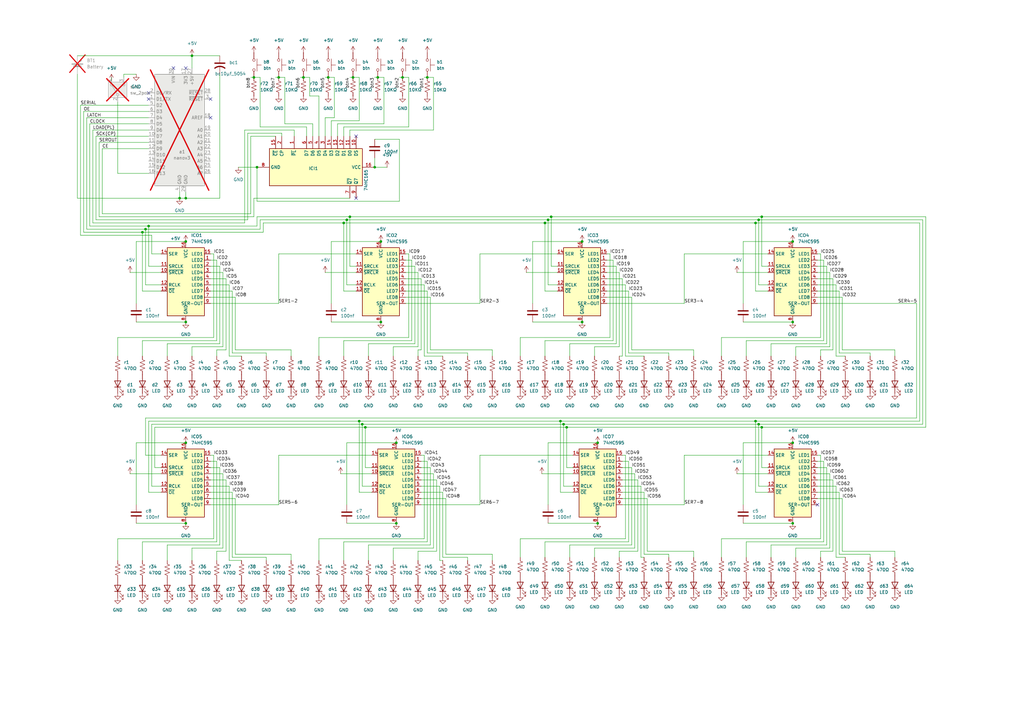
<source format=kicad_sch>
(kicad_sch (version 20250114) (generator "eeschema") (generator_version "9.0")
  (paper "A3")
  (junction (at 105.41 68.58))
  (junction (at 59.69 93.98))
  (junction (at 311.15 90.17))
  (junction (at 73.66 81.28))
  (junction (at 153.67 68.58))
  (junction (at 76.2 99.06))
  (junction (at 224.79 90.17))
  (junction (at 149.86 175.26))
  (junction (at 76.2 132.08))
  (junction (at 229.87 172.72))
  (junction (at 223.52 91.44))
  (junction (at 325.12 214.63))
  (junction (at 238.76 132.08))
  (junction (at 143.51 88.9))
  (junction (at 154.94 31.75))
  (junction (at 162.56 214.63))
  (junction (at 134.62 31.75))
  (junction (at 311.15 173.99))
  (junction (at 312.42 175.26))
  (junction (at 325.12 132.08))
  (junction (at 148.59 173.99))
  (junction (at 144.78 31.75))
  (junction (at 58.42 95.25))
  (junction (at 156.21 99.06))
  (junction (at 114.3 31.75))
  (junction (at 147.32 172.72))
  (junction (at 76.2 214.63))
  (junction (at 231.14 173.99))
  (junction (at 309.88 91.44))
  (junction (at 245.11 181.61))
  (junction (at 165.1 31.75))
  (junction (at 124.46 31.75))
  (junction (at 142.24 90.17))
  (junction (at 312.42 88.9))
  (junction (at 140.97 91.44))
  (junction (at 175.26 31.75))
  (junction (at 245.11 214.63))
  (junction (at 325.12 181.61))
  (junction (at 104.14 31.75))
  (junction (at 60.96 92.71))
  (junction (at 76.2 81.28))
  (junction (at 76.2 181.61))
  (junction (at 238.76 99.06))
  (junction (at 309.88 172.72))
  (junction (at 226.06 88.9))
  (junction (at 78.74 22.86))
  (junction (at 156.21 132.08))
  (junction (at 232.41 175.26))
  (junction (at 162.56 181.61))
  (junction (at 325.12 99.06))
  (no_connect (at 146.05 81.28))
  (no_connect (at 60.96 40.64))
  (no_connect (at 86.36 40.64))
  (no_connect (at 60.96 38.1))
  (no_connect (at 76.2 27.94))
  (no_connect (at 71.12 27.94))
  (no_connect (at 86.36 48.26))
  (no_connect (at 335.28 207.01))
  (no_connect (at 146.05 55.88))
  (wire (pts (xy 87.63 104.14) (xy 87.63 138.43)))
  (wire (pts (xy 92.71 196.85) (xy 86.36 196.85)))
  (wire (pts (xy 152.4 201.93) (xy 147.32 201.93)))
  (wire (pts (xy 106.68 90.17) (xy 142.24 90.17)))
  (wire (pts (xy 95.25 201.93) (xy 86.36 201.93)))
  (wire (pts (xy 87.63 186.69) (xy 87.63 220.98)))
  (wire (pts (xy 254 226.06) (xy 254 228.6)))
  (wire (pts (xy 342.9 199.39) (xy 335.28 199.39)))
  (wire (pts (xy 175.26 189.23) (xy 172.72 189.23)))
  (wire (pts (xy 92.71 226.06) (xy 88.9 226.06)))
  (wire (pts (xy 261.62 196.85) (xy 261.62 226.06)))
  (wire (pts (xy 337.82 139.7) (xy 306.07 139.7)))
  (wire (pts (xy 45.72 31.75) (xy 45.72 33.02)))
  (wire (pts (xy 255.27 114.3) (xy 248.92 114.3)))
  (wire (pts (xy 377.19 172.72) (xy 309.88 172.72)))
  (wire (pts (xy 163.83 57.15) (xy 153.67 57.15)))
  (wire (pts (xy 88.9 222.25) (xy 58.42 222.25)))
  (wire (pts (xy 167.64 138.43) (xy 130.81 138.43)))
  (wire (pts (xy 93.98 146.05) (xy 99.06 146.05)))
  (wire (pts (xy 149.86 191.77) (xy 152.4 191.77)))
  (wire (pts (xy 86.36 207.01) (xy 114.3 207.01)))
  (wire (pts (xy 87.63 104.14) (xy 86.36 104.14)))
  (wire (pts (xy 256.54 186.69) (xy 255.27 186.69)))
  (wire (pts (xy 93.98 229.87) (xy 99.06 229.87)))
  (wire (pts (xy 78.74 22.86) (xy 90.17 22.86)))
  (wire (pts (xy 336.55 104.14) (xy 335.28 104.14)))
  (wire (pts (xy 31.75 22.86) (xy 78.74 22.86)))
  (wire (pts (xy 90.17 223.52) (xy 68.58 223.52)))
  (wire (pts (xy 148.59 199.39) (xy 148.59 173.99)))
  (wire (pts (xy 107.95 91.44) (xy 140.97 91.44)))
  (wire (pts (xy 138.43 50.8) (xy 157.48 50.8)))
  (wire (pts (xy 234.95 199.39) (xy 231.14 199.39)))
  (wire (pts (xy 140.97 52.07) (xy 167.64 52.07)))
  (wire (pts (xy 167.64 104.14) (xy 167.64 138.43)))
  (wire (pts (xy 133.35 48.26) (xy 137.16 48.26)))
  (wire (pts (xy 55.88 214.63) (xy 76.2 214.63)))
  (wire (pts (xy 59.69 186.69) (xy 66.04 186.69)))
  (wire (pts (xy 172.72 114.3) (xy 166.37 114.3)))
  (wire (pts (xy 114.3 124.46) (xy 114.3 104.14)))
  (wire (pts (xy 167.64 31.75) (xy 165.1 31.75)))
  (wire (pts (xy 163.83 31.75) (xy 165.1 31.75)))
  (wire (pts (xy 228.6 116.84) (xy 224.79 116.84)))
  (wire (pts (xy 181.61 201.93) (xy 172.72 201.93)))
  (wire (pts (xy 215.9 111.76) (xy 228.6 111.76)))
  (wire (pts (xy 180.34 199.39) (xy 180.34 229.87)))
  (wire (pts (xy 50.8 30.48) (xy 55.88 30.48)))
  (wire (pts (xy 229.87 172.72) (xy 147.32 172.72)))
  (wire (pts (xy 336.55 143.51) (xy 336.55 146.05)))
  (wire (pts (xy 259.08 143.51) (xy 284.48 143.51)))
  (wire (pts (xy 105.41 88.9) (xy 143.51 88.9)))
  (wire (pts (xy 250.19 104.14) (xy 248.92 104.14)))
  (wire (pts (xy 96.52 121.92) (xy 86.36 121.92)))
  (wire (pts (xy 182.88 227.33) (xy 201.93 227.33)))
  (wire (pts (xy 356.87 144.78) (xy 356.87 146.05)))
  (wire (pts (xy 342.9 228.6) (xy 346.71 228.6)))
  (wire (pts (xy 91.44 142.24) (xy 78.74 142.24)))
  (wire (pts (xy 262.89 199.39) (xy 255.27 199.39)))
  (wire (pts (xy 177.8 194.31) (xy 172.72 194.31)))
  (wire (pts (xy 153.67 31.75) (xy 154.94 31.75)))
  (wire (pts (xy 226.06 88.9) (xy 312.42 88.9)))
  (wire (pts (xy 92.71 114.3) (xy 92.71 143.51)))
  (wire (pts (xy 336.55 220.98) (xy 295.91 220.98)))
  (wire (pts (xy 39.37 90.17) (xy 101.6 90.17)))
  (wire (pts (xy 78.74 22.86) (xy 78.74 27.94)))
  (wire (pts (xy 59.69 93.98) (xy 106.68 93.98)))
  (wire (pts (xy 309.88 119.38) (xy 309.88 91.44)))
  (wire (pts (xy 213.36 138.43) (xy 213.36 146.05)))
  (wire (pts (xy 179.07 196.85) (xy 179.07 226.06)))
  (wire (pts (xy 58.42 139.7) (xy 58.42 146.05)))
  (wire (pts (xy 223.52 119.38) (xy 223.52 91.44)))
  (wire (pts (xy 172.72 143.51) (xy 171.45 143.51)))
  (wire (pts (xy 140.97 222.25) (xy 140.97 229.87)))
  (wire (pts (xy 90.17 109.22) (xy 90.17 140.97)))
  (wire (pts (xy 62.23 96.52) (xy 62.23 104.14)))
  (wire (pts (xy 38.1 53.34) (xy 38.1 91.44)))
  (wire (pts (xy 261.62 196.85) (xy 255.27 196.85)))
  (wire (pts (xy 146.05 119.38) (xy 140.97 119.38)))
  (wire (pts (xy 226.06 109.22) (xy 228.6 109.22)))
  (wire (pts (xy 171.45 111.76) (xy 166.37 111.76)))
  (wire (pts (xy 142.24 207.01) (xy 142.24 181.61)))
  (wire (pts (xy 97.79 68.58) (xy 105.41 68.58)))
  (wire (pts (xy 302.26 194.31) (xy 314.96 194.31)))
  (wire (pts (xy 181.61 201.93) (xy 181.61 228.6)))
  (wire (pts (xy 101.6 90.17) (xy 101.6 54.61)))
  (wire (pts (xy 257.81 119.38) (xy 248.92 119.38)))
  (wire (pts (xy 171.45 226.06) (xy 171.45 229.87)))
  (wire (pts (xy 163.83 82.55) (xy 163.83 57.15)))
  (wire (pts (xy 274.32 227.33) (xy 274.32 228.6)))
  (wire (pts (xy 224.79 214.63) (xy 245.11 214.63)))
  (wire (pts (xy 149.86 175.26) (xy 149.86 191.77)))
  (wire (pts (xy 341.63 226.06) (xy 336.55 226.06)))
  (wire (pts (xy 262.89 199.39) (xy 262.89 228.6)))
  (wire (pts (xy 60.96 172.72) (xy 60.96 201.93)))
  (wire (pts (xy 339.09 191.77) (xy 335.28 191.77)))
  (wire (pts (xy 58.42 119.38) (xy 66.04 119.38)))
  (wire (pts (xy 342.9 116.84) (xy 342.9 146.05)))
  (wire (pts (xy 73.66 81.28) (xy 76.2 81.28)))
  (wire (pts (xy 140.97 119.38) (xy 140.97 91.44)))
  (wire (pts (xy 201.93 143.51) (xy 201.93 146.05)))
  (wire (pts (xy 251.46 139.7) (xy 223.52 139.7)))
  (wire (pts (xy 255.27 146.05) (xy 254 146.05)))
  (wire (pts (xy 95.25 228.6) (xy 109.22 228.6)))
  (wire (pts (xy 50.8 30.48) (xy 50.8 31.75)))
  (wire (pts (xy 264.16 201.93) (xy 264.16 227.33)))
  (wire (pts (xy 90.17 140.97) (xy 68.58 140.97)))
  (wire (pts (xy 135.89 49.53) (xy 147.32 49.53)))
  (wire (pts (xy 261.62 226.06) (xy 254 226.06)))
  (wire (pts (xy 256.54 116.84) (xy 256.54 146.05)))
  (wire (pts (xy 257.81 189.23) (xy 255.27 189.23)))
  (wire (pts (xy 149.86 175.26) (xy 63.5 175.26)))
  (wire (pts (xy 88.9 106.68) (xy 86.36 106.68)))
  (wire (pts (xy 176.53 191.77) (xy 176.53 223.52)))
  (wire (pts (xy 140.97 91.44) (xy 223.52 91.44)))
  (wire (pts (xy 379.73 88.9) (xy 379.73 175.26)))
  (wire (pts (xy 314.96 119.38) (xy 309.88 119.38)))
  (wire (pts (xy 113.03 31.75) (xy 114.3 31.75)))
  (wire (pts (xy 344.17 119.38) (xy 344.17 144.78)))
  (wire (pts (xy 284.48 143.51) (xy 284.48 146.05)))
  (wire (pts (xy 161.29 224.79) (xy 161.29 229.87)))
  (wire (pts (xy 262.89 228.6) (xy 264.16 228.6)))
  (wire (pts (xy 63.5 191.77) (xy 66.04 191.77)))
  (wire (pts (xy 257.81 189.23) (xy 257.81 222.25)))
  (wire (pts (xy 88.9 143.51) (xy 88.9 146.05)))
  (wire (pts (xy 62.23 173.99) (xy 62.23 199.39)))
  (wire (pts (xy 55.88 124.46) (xy 55.88 99.06)))
  (wire (pts (xy 95.25 119.38) (xy 95.25 144.78)))
  (wire (pts (xy 356.87 227.33) (xy 356.87 228.6)))
  (wire (pts (xy 53.34 111.76) (xy 66.04 111.76)))
  (wire (pts (xy 172.72 114.3) (xy 172.72 143.51)))
  (wire (pts (xy 280.67 104.14) (xy 314.96 104.14)))
  (wire (pts (xy 311.15 90.17) (xy 378.46 90.17)))
  (wire (pts (xy 135.89 99.06) (xy 156.21 99.06)))
  (wire (pts (xy 68.58 140.97) (xy 68.58 146.05)))
  (wire (pts (xy 78.74 142.24) (xy 78.74 146.05)))
  (wire (pts (xy 60.96 55.88) (xy 39.37 55.88)))
  (wire (pts (xy 367.03 143.51) (xy 367.03 146.05)))
  (wire (pts (xy 87.63 220.98) (xy 48.26 220.98)))
  (wire (pts (xy 196.85 124.46) (xy 196.85 104.14)))
  (wire (pts (xy 304.8 181.61) (xy 325.12 181.61)))
  (wire (pts (xy 173.99 146.05) (xy 181.61 146.05)))
  (wire (pts (xy 130.81 39.37) (xy 127 39.37)))
  (wire (pts (xy 251.46 106.68) (xy 248.92 106.68)))
  (wire (pts (xy 138.43 55.88) (xy 138.43 50.8)))
  (wire (pts (xy 105.41 68.58) (xy 105.41 82.55)))
  (wire (pts (xy 125.73 55.88) (xy 125.73 52.07)))
  (wire (pts (xy 196.85 186.69) (xy 234.95 186.69)))
  (wire (pts (xy 250.19 104.14) (xy 250.19 138.43)))
  (wire (pts (xy 251.46 106.68) (xy 251.46 139.7)))
  (wire (pts (xy 107.95 95.25) (xy 107.95 91.44)))
  (wire (pts (xy 311.15 199.39) (xy 311.15 173.99)))
  (wire (pts (xy 180.34 229.87) (xy 181.61 229.87)))
  (wire (pts (xy 312.42 88.9) (xy 379.73 88.9)))
  (wire (pts (xy 48.26 138.43) (xy 48.26 146.05)))
  (wire (pts (xy 60.96 45.72) (xy 34.29 45.72)))
  (wire (pts (xy 224.79 181.61) (xy 245.11 181.61)))
  (wire (pts (xy 93.98 116.84) (xy 86.36 116.84)))
  (wire (pts (xy 314.96 116.84) (xy 311.15 116.84)))
  (wire (pts (xy 91.44 111.76) (xy 91.44 142.24)))
  (wire (pts (xy 177.8 31.75) (xy 175.26 31.75)))
  (wire (pts (xy 146.05 116.84) (xy 142.24 116.84)))
  (wire (pts (xy 170.18 109.22) (xy 170.18 140.97)))
  (wire (pts (xy 87.63 186.69) (xy 86.36 186.69)))
  (wire (pts (xy 92.71 143.51) (xy 88.9 143.51)))
  (wire (pts (xy 105.41 92.71) (xy 105.41 88.9)))
  (wire (pts (xy 175.26 222.25) (xy 140.97 222.25)))
  (wire (pts (xy 91.44 194.31) (xy 86.36 194.31)))
  (wire (pts (xy 59.69 93.98) (xy 59.69 116.84)))
  (wire (pts (xy 92.71 114.3) (xy 86.36 114.3)))
  (wire (pts (xy 312.42 191.77) (xy 314.96 191.77)))
  (wire (pts (xy 306.07 139.7) (xy 306.07 146.05)))
  (wire (pts (xy 181.61 228.6) (xy 191.77 228.6)))
  (wire (pts (xy 302.26 111.76) (xy 314.96 111.76)))
  (wire (pts (xy 114.3 104.14) (xy 146.05 104.14)))
  (wire (pts (xy 130.81 220.98) (xy 130.81 229.87)))
  (wire (pts (xy 265.43 204.47) (xy 265.43 226.06)))
  (wire (pts (xy 38.1 91.44) (xy 100.33 91.44)))
  (wire (pts (xy 171.45 143.51) (xy 171.45 146.05)))
  (wire (pts (xy 106.68 31.75) (xy 106.68 52.07)))
  (wire (pts (xy 260.35 194.31) (xy 260.35 224.79)))
  (wire (pts (xy 147.32 31.75) (xy 144.78 31.75)))
  (wire (pts (xy 176.53 191.77) (xy 172.72 191.77)))
  (wire (pts (xy 337.82 189.23) (xy 337.82 222.25)))
  (wire (pts (xy 33.02 43.18) (xy 33.02 96.52)))
  (wire (pts (xy 340.36 111.76) (xy 335.28 111.76)))
  (wire (pts (xy 256.54 186.69) (xy 256.54 220.98)))
  (wire (pts (xy 309.88 201.93) (xy 309.88 172.72)))
  (wire (pts (xy 345.44 121.92) (xy 345.44 143.51)))
  (wire (pts (xy 177.8 31.75) (xy 177.8 53.34)))
  (wire (pts (xy 224.79 116.84) (xy 224.79 90.17)))
  (wire (pts (xy 341.63 114.3) (xy 341.63 143.51)))
  (wire (pts (xy 58.42 95.25) (xy 107.95 95.25)))
  (wire (pts (xy 55.88 99.06) (xy 76.2 99.06)))
  (wire (pts (xy 170.18 140.97) (xy 151.13 140.97)))
  (wire (pts (xy 259.08 121.92) (xy 259.08 143.51)))
  (wire (pts (xy 102.87 31.75) (xy 104.14 31.75)))
  (wire (pts (xy 256.54 220.98) (xy 213.36 220.98)))
  (wire (pts (xy 143.51 88.9) (xy 143.51 109.22)))
  (wire (pts (xy 312.42 109.22) (xy 314.96 109.22)))
  (wire (pts (xy 96.52 204.47) (xy 86.36 204.47)))
  (wire (pts (xy 229.87 201.93) (xy 229.87 172.72)))
  (wire (pts (xy 218.44 124.46) (xy 218.44 99.06)))
  (wire (pts (xy 53.34 194.31) (xy 66.04 194.31)))
  (wire (pts (xy 173.99 220.98) (xy 130.81 220.98)))
  (wire (pts (xy 341.63 143.51) (xy 336.55 143.51)))
  (wire (pts (xy 60.96 60.96) (xy 41.91 60.96)))
  (wire (pts (xy 41.91 87.63) (xy 102.87 87.63)))
  (wire (pts (xy 264.16 227.33) (xy 274.32 227.33)))
  (wire (pts (xy 116.84 31.75) (xy 116.84 50.8)))
  (wire (pts (xy 170.18 109.22) (xy 166.37 109.22)))
  (wire (pts (xy 182.88 204.47) (xy 182.88 227.33)))
  (wire (pts (xy 135.89 132.08) (xy 156.21 132.08)))
  (wire (pts (xy 173.99 186.69) (xy 173.99 220.98)))
  (wire (pts (xy 88.9 226.06) (xy 88.9 229.87)))
  (wire (pts (xy 104.14 81.28) (xy 143.51 81.28)))
  (wire (pts (xy 201.93 227.33) (xy 201.93 229.87)))
  (wire (pts (xy 95.25 144.78) (xy 109.22 144.78)))
  (wire (pts (xy 260.35 224.79) (xy 243.84 224.79)))
  (wire (pts (xy 339.09 191.77) (xy 339.09 223.52)))
  (wire (pts (xy 34.29 95.25) (xy 58.42 95.25)))
  (wire (pts (xy 316.23 223.52) (xy 316.23 228.6)))
  (wire (pts (xy 140.97 55.88) (xy 140.97 52.07)))
  (wire (pts (xy 109.22 144.78) (xy 109.22 146.05)))
  (wire (pts (xy 127 39.37) (xy 127 31.75)))
  (wire (pts (xy 142.24 116.84) (xy 142.24 90.17)))
  (wire (pts (xy 60.96 201.93) (xy 66.04 201.93)))
  (wire (pts (xy 31.75 30.48) (xy 31.75 81.28)))
  (wire (pts (xy 340.36 194.31) (xy 340.36 224.79)))
  (wire (pts (xy 60.96 48.26) (xy 35.56 48.26)))
  (wire (pts (xy 218.44 99.06) (xy 238.76 99.06)))
  (wire (pts (xy 232.41 175.26) (xy 232.41 191.77)))
  (wire (pts (xy 60.96 58.42) (xy 40.64 58.42)))
  (wire (pts (xy 119.38 227.33) (xy 119.38 229.87)))
  (wire (pts (xy 254 111.76) (xy 254 142.24)))
  (wire (pts (xy 337.82 189.23) (xy 335.28 189.23)))
  (wire (pts (xy 119.38 143.51) (xy 119.38 146.05)))
  (wire (pts (xy 91.44 111.76) (xy 86.36 111.76)))
  (wire (pts (xy 182.88 204.47) (xy 172.72 204.47)))
  (wire (pts (xy 377.19 91.44) (xy 377.19 172.72)))
  (wire (pts (xy 60.96 50.8) (xy 36.83 50.8)))
  (wire (pts (xy 173.99 186.69) (xy 172.72 186.69)))
  (wire (pts (xy 176.53 121.92) (xy 166.37 121.92)))
  (wire (pts (xy 309.88 91.44) (xy 377.19 91.44)))
  (wire (pts (xy 259.08 223.52) (xy 233.68 223.52)))
  (wire (pts (xy 171.45 142.24) (xy 161.29 142.24)))
  (wire (pts (xy 62.23 199.39) (xy 66.04 199.39)))
  (wire (pts (xy 259.08 121.92) (xy 248.92 121.92)))
  (wire (pts (xy 175.26 119.38) (xy 166.37 119.38)))
  (wire (pts (xy 342.9 146.05) (xy 346.71 146.05)))
  (wire (pts (xy 345.44 226.06) (xy 367.03 226.06)))
  (wire (pts (xy 231.14 173.99) (xy 148.59 173.99)))
  (wire (pts (xy 168.91 106.68) (xy 168.91 139.7)))
  (wire (pts (xy 255.27 114.3) (xy 255.27 146.05)))
  (wire (pts (xy 309.88 172.72) (xy 229.87 172.72)))
  (wire (pts (xy 312.42 88.9) (xy 312.42 109.22)))
  (wire (pts (xy 336.55 186.69) (xy 335.28 186.69)))
  (wire (pts (xy 172.72 207.01) (xy 196.85 207.01)))
  (wire (pts (xy 176.53 143.51) (xy 201.93 143.51)))
  (wire (pts (xy 116.84 31.75) (xy 114.3 31.75)))
  (wire (pts (xy 90.17 191.77) (xy 90.17 223.52)))
  (wire (pts (xy 265.43 204.47) (xy 255.27 204.47)))
  (wire (pts (xy 102.87 55.88) (xy 113.03 55.88)))
  (wire (pts (xy 233.68 223.52) (xy 233.68 228.6)))
  (wire (pts (xy 252.73 109.22) (xy 252.73 140.97)))
  (wire (pts (xy 339.09 109.22) (xy 335.28 109.22)))
  (wire (pts (xy 40.64 58.42) (xy 40.64 88.9)))
  (wire (pts (xy 196.85 104.14) (xy 228.6 104.14)))
  (wire (pts (xy 265.43 226.06) (xy 284.48 226.06)))
  (wire (pts (xy 48.26 220.98) (xy 48.26 229.87)))
  (wire (pts (xy 254 111.76) (xy 248.92 111.76)))
  (wire (pts (xy 34.29 45.72) (xy 34.29 95.25)))
  (wire (pts (xy 304.8 124.46) (xy 304.8 99.06)))
  (wire (pts (xy 55.88 207.01) (xy 55.88 181.61)))
  (wire (pts (xy 342.9 116.84) (xy 335.28 116.84)))
  (wire (pts (xy 341.63 114.3) (xy 335.28 114.3)))
  (wire (pts (xy 340.36 224.79) (xy 326.39 224.79)))
  (wire (pts (xy 196.85 207.01) (xy 196.85 186.69)))
  (wire (pts (xy 60.96 92.71) (xy 60.96 109.22)))
  (wire (pts (xy 234.95 201.93) (xy 229.87 201.93)))
  (wire (pts (xy 252.73 109.22) (xy 248.92 109.22)))
  (wire (pts (xy 232.41 191.77) (xy 234.95 191.77)))
  (wire (pts (xy 259.08 191.77) (xy 255.27 191.77)))
  (wire (pts (xy 33.02 43.18) (xy 60.96 43.18)))
  (wire (pts (xy 142.24 214.63) (xy 162.56 214.63)))
  (wire (pts (xy 341.63 196.85) (xy 341.63 226.06)))
  (wire (pts (xy 109.22 228.6) (xy 109.22 229.87)))
  (wire (pts (xy 157.48 31.75) (xy 154.94 31.75)))
  (wire (pts (xy 59.69 116.84) (xy 66.04 116.84)))
  (wire (pts (xy 90.17 81.28) (xy 76.2 81.28)))
  (wire (pts (xy 232.41 175.26) (xy 149.86 175.26)))
  (wire (pts (xy 152.4 199.39) (xy 148.59 199.39)))
  (wire (pts (xy 344.17 201.93) (xy 335.28 201.93)))
  (wire (pts (xy 92.71 196.85) (xy 92.71 226.06)))
  (wire (pts (xy 147.32 31.75) (xy 147.32 49.53)))
  (wire (pts (xy 88.9 189.23) (xy 88.9 222.25)))
  (wire (pts (xy 304.8 207.01) (xy 304.8 181.61)))
  (wire (pts (xy 326.39 224.79) (xy 326.39 228.6)))
  (wire (pts (xy 93.98 116.84) (xy 93.98 146.05)))
  (wire (pts (xy 243.84 142.24) (xy 243.84 146.05)))
  (wire (pts (xy 223.52 222.25) (xy 223.52 228.6)))
  (wire (pts (xy 120.65 53.34) (xy 120.65 55.88)))
  (wire (pts (xy 367.03 226.06) (xy 367.03 228.6)))
  (wire (pts (xy 168.91 139.7) (xy 140.97 139.7)))
  (wire (pts (xy 36.83 92.71) (xy 60.96 92.71)))
  (wire (pts (xy 248.92 124.46) (xy 280.67 124.46)))
  (wire (pts (xy 339.09 109.22) (xy 339.09 140.97)))
  (wire (pts (xy 375.92 124.46) (xy 335.28 124.46)))
  (wire (pts (xy 175.26 119.38) (xy 175.26 144.78)))
  (wire (pts (xy 336.55 186.69) (xy 336.55 220.98)))
  (wire (pts (xy 62.23 104.14) (xy 66.04 104.14)))
  (wire (pts (xy 243.84 224.79) (xy 243.84 228.6)))
  (wire (pts (xy 340.36 111.76) (xy 340.36 142.24)))
  (wire (pts (xy 259.08 191.77) (xy 259.08 223.52)))
  (wire (pts (xy 336.55 104.14) (xy 336.55 138.43)))
  (wire (pts (xy 378.46 90.17) (xy 378.46 173.99)))
  (wire (pts (xy 96.52 121.92) (xy 96.52 143.51)))
  (wire (pts (xy 213.36 220.98) (xy 213.36 228.6)))
  (wire (pts (xy 105.41 82.55) (xy 163.83 82.55)))
  (wire (pts (xy 76.2 81.28) (xy 76.2 78.74)))
  (wire (pts (xy 179.07 196.85) (xy 172.72 196.85)))
  (wire (pts (xy 88.9 189.23) (xy 86.36 189.23)))
  (wire (pts (xy 233.68 140.97) (xy 233.68 146.05)))
  (wire (pts (xy 96.52 204.47) (xy 96.52 227.33)))
  (wire (pts (xy 218.44 132.08) (xy 238.76 132.08)))
  (wire (pts (xy 255.27 207.01) (xy 280.67 207.01)))
  (wire (pts (xy 228.6 119.38) (xy 223.52 119.38)))
  (wire (pts (xy 60.96 109.22) (xy 66.04 109.22)))
  (wire (pts (xy 137.16 31.75) (xy 134.62 31.75)))
  (wire (pts (xy 151.13 140.97) (xy 151.13 146.05)))
  (wire (pts (xy 375.92 171.45) (xy 59.69 171.45)))
  (wire (pts (xy 90.17 191.77) (xy 86.36 191.77)))
  (wire (pts (xy 58.42 95.25) (xy 58.42 119.38)))
  (wire (pts (xy 224.79 90.17) (xy 311.15 90.17)))
  (wire (pts (xy 130.81 138.43) (xy 130.81 146.05)))
  (wire (pts (xy 295.91 138.43) (xy 295.91 146.05)))
  (wire (pts (xy 91.44 224.79) (xy 78.74 224.79)))
  (wire (pts (xy 143.51 31.75) (xy 144.78 31.75)))
  (wire (pts (xy 125.73 52.07) (xy 106.68 52.07)))
  (wire (pts (xy 280.67 124.46) (xy 280.67 104.14)))
  (wire (pts (xy 378.46 173.99) (xy 311.15 173.99)))
  (wire (pts (xy 173.99 31.75) (xy 175.26 31.75)))
  (wire (pts (xy 260.35 194.31) (xy 255.27 194.31)))
  (wire (pts (xy 344.17 201.93) (xy 344.17 227.33)))
  (wire (pts (xy 86.36 124.46) (xy 114.3 124.46)))
  (wire (pts (xy 224.79 207.01) (xy 224.79 181.61)))
  (wire (pts (xy 254 142.24) (xy 243.84 142.24)))
  (wire (pts (xy 139.7 194.31) (xy 152.4 194.31)))
  (wire (pts (xy 191.77 228.6) (xy 191.77 229.87)))
  (wire (pts (xy 95.25 201.93) (xy 95.25 228.6)))
  (wire (pts (xy 93.98 199.39) (xy 93.98 229.87)))
  (wire (pts (xy 59.69 171.45) (xy 59.69 186.69)))
  (wire (pts (xy 226.06 88.9) (xy 226.06 109.22)))
  (wire (pts (xy 304.8 214.63) (xy 325.12 214.63)))
  (wire (pts (xy 143.51 88.9) (xy 226.06 88.9)))
  (wire (pts (xy 58.42 222.25) (xy 58.42 229.87)))
  (wire (pts (xy 304.8 132.08) (xy 325.12 132.08)))
  (wire (pts (xy 341.63 196.85) (xy 335.28 196.85)))
  (wire (pts (xy 135.89 124.46) (xy 135.89 99.06)))
  (wire (pts (xy 60.96 71.12) (xy 48.26 71.12)))
  (wire (pts (xy 284.48 226.06) (xy 284.48 228.6)))
  (wire (pts (xy 252.73 140.97) (xy 233.68 140.97)))
  (wire (pts (xy 326.39 142.24) (xy 326.39 146.05)))
  (wire (pts (xy 140.97 139.7) (xy 140.97 146.05)))
  (wire (pts (xy 336.55 226.06) (xy 336.55 228.6)))
  (wire (pts (xy 96.52 227.33) (xy 119.38 227.33)))
  (wire (pts (xy 96.52 143.51) (xy 119.38 143.51)))
  (wire (pts (xy 344.17 119.38) (xy 335.28 119.38)))
  (wire (pts (xy 314.96 199.39) (xy 311.15 199.39)))
  (wire (pts (xy 339.09 140.97) (xy 316.23 140.97)))
  (wire (pts (xy 130.81 39.37) (xy 130.81 55.88)))
  (wire (pts (xy 114.3 186.69) (xy 152.4 186.69)))
  (wire (pts (xy 168.91 106.68) (xy 166.37 106.68)))
  (wire (pts (xy 135.89 55.88) (xy 135.89 49.53)))
  (wire (pts (xy 128.27 50.8) (xy 116.84 50.8)))
  (wire (pts (xy 133.35 111.76) (xy 146.05 111.76)))
  (wire (pts (xy 312.42 175.26) (xy 312.42 191.77)))
  (wire (pts (xy 142.24 181.61) (xy 162.56 181.61)))
  (wire (pts (xy 264.16 201.93) (xy 255.27 201.93)))
  (wire (pts (xy 173.99 116.84) (xy 173.99 146.05)))
  (wire (pts (xy 133.35 31.75) (xy 134.62 31.75)))
  (wire (pts (xy 345.44 204.47) (xy 345.44 226.06)))
  (wire (pts (xy 48.26 41.91) (xy 48.26 71.12)))
  (wire (pts (xy 161.29 142.24) (xy 161.29 146.05)))
  (wire (pts (xy 304.8 99.06) (xy 325.12 99.06)))
  (wire (pts (xy 167.64 31.75) (xy 167.64 52.07)))
  (wire (pts (xy 177.8 194.31) (xy 177.8 224.79)))
  (wire (pts (xy 73.66 81.28) (xy 73.66 78.74)))
  (wire (pts (xy 106.68 31.75) (xy 104.14 31.75)))
  (wire (pts (xy 306.07 222.25) (xy 306.07 228.6)))
  (wire (pts (xy 95.25 119.38) (xy 86.36 119.38)))
  (wire (pts (xy 345.44 143.51) (xy 367.03 143.51)))
  (wire (pts (xy 345.44 121.92) (xy 335.28 121.92)))
  (wire (pts (xy 166.37 124.46) (xy 196.85 124.46)))
  (wire (pts (xy 191.77 144.78) (xy 191.77 146.05)))
  (wire (pts (xy 142.24 90.17) (xy 224.79 90.17)))
  (wire (pts (xy 137.16 31.75) (xy 137.16 48.26)))
  (wire (pts (xy 337.82 106.68) (xy 335.28 106.68)))
  (wire (pts (xy 257.81 222.25) (xy 223.52 222.25)))
  (wire (pts (xy 60.96 92.71) (xy 105.41 92.71)))
  (wire (pts (xy 63.5 175.26) (xy 63.5 191.77)))
  (wire (pts (xy 114.3 207.01) (xy 114.3 186.69)))
  (wire (pts (xy 68.58 223.52) (xy 68.58 229.87)))
  (wire (pts (xy 175.26 189.23) (xy 175.26 222.25)))
  (wire (pts (xy 101.6 54.61) (xy 115.57 54.61)))
  (wire (pts (xy 175.26 144.78) (xy 191.77 144.78)))
  (wire (pts (xy 41.91 60.96) (xy 41.91 87.63)))
  (wire (pts (xy 91.44 194.31) (xy 91.44 224.79)))
  (wire (pts (xy 90.17 30.48) (xy 90.17 81.28)))
  (wire (pts (xy 33.02 96.52) (xy 62.23 96.52)))
  (wire (pts (xy 257.81 144.78) (xy 274.32 144.78)))
  (wire (pts (xy 55.88 132.08) (xy 76.2 132.08)))
  (wire (pts (xy 88.9 139.7) (xy 58.42 139.7)))
  (wire (pts (xy 177.8 224.79) (xy 161.29 224.79)))
  (wire (pts (xy 143.51 55.88) (xy 143.51 53.34)))
  (wire (pts (xy 55.88 181.61) (xy 76.2 181.61)))
  (wire (pts (xy 151.13 223.52) (xy 151.13 229.87)))
  (wire (pts (xy 147.32 201.93) (xy 147.32 172.72)))
  (wire (pts (xy 127 31.75) (xy 124.46 31.75)))
  (wire (pts (xy 379.73 175.26) (xy 312.42 175.26)))
  (wire (pts (xy 250.19 138.43) (xy 213.36 138.43)))
  (wire (pts (xy 176.53 121.92) (xy 176.53 143.51)))
  (wire (pts (xy 88.9 106.68) (xy 88.9 139.7)))
  (wire (pts (xy 35.56 48.26) (xy 35.56 93.98)))
  (wire (pts (xy 337.82 222.25) (xy 306.07 222.25)))
  (wire (pts (xy 180.34 199.39) (xy 172.72 199.39)))
  (wire (pts (xy 106.68 93.98) (xy 106.68 90.17)))
  (wire (pts (xy 311.15 173.99) (xy 231.14 173.99)))
  (wire (pts (xy 123.19 31.75) (xy 124.46 31.75)))
  (wire (pts (xy 339.09 223.52) (xy 316.23 223.52)))
  (wire (pts (xy 274.32 144.78) (xy 274.32 146.05)))
  (wire (pts (xy 115.57 54.61) (xy 115.57 55.88)))
  (wire (pts (xy 312.42 175.26) (xy 232.41 175.26)))
  (wire (pts (xy 222.25 194.31) (xy 234.95 194.31)))
  (wire (pts (xy 336.55 138.43) (xy 295.91 138.43)))
  (wire (pts (xy 314.96 201.93) (xy 309.88 201.93)))
  (wire (pts (xy 171.45 111.76) (xy 171.45 142.24)))
  (wire (pts (xy 295.91 220.98) (xy 295.91 228.6)))
  (wire (pts (xy 104.14 88.9) (xy 104.14 81.28)))
  (wire (pts (xy 223.52 91.44) (xy 309.88 91.44)))
  (wire (pts (xy 280.67 186.69) (xy 314.96 186.69)))
  (wire (pts (xy 340.36 142.24) (xy 326.39 142.24)))
  (wire (pts (xy 344.17 144.78) (xy 356.87 144.78)))
  (wire (pts (xy 340.36 194.31) (xy 335.28 194.31)))
  (wire (pts (xy 256.54 116.84) (xy 248.92 116.84)))
  (wire (pts (xy 60.96 53.34) (xy 38.1 53.34)))
  (wire (pts (xy 35.56 93.98) (xy 59.69 93.98)))
  (wire (pts (xy 39.37 55.88) (xy 39.37 90.17)))
  (wire (pts (xy 257.81 119.38) (xy 257.81 144.78)))
  (wire (pts (xy 153.67 64.77) (xy 153.67 68.58)))
  (wire (pts (xy 256.54 146.05) (xy 264.16 146.05)))
  (wire (pts (xy 280.67 207.01) (xy 280.67 186.69)))
  (wire (pts (xy 342.9 199.39) (xy 342.9 228.6)))
  (wire (pts (xy 375.92 124.46) (xy 375.92 171.45)))
  (wire (pts (xy 344.17 227.33) (xy 356.87 227.33)))
  (wire (pts (xy 90.17 109.22) (xy 86.36 109.22)))
  (wire (pts (xy 143.51 53.34) (xy 177.8 53.34)))
  (wire (pts (xy 311.15 116.84) (xy 311.15 90.17)))
  (wire (pts (xy 31.75 81.28) (xy 73.66 81.28)))
  (wire (pts (xy 36.83 50.8) (xy 36.83 92.71)))
  (wire (pts (xy 179.07 226.06) (xy 171.45 226.06)))
  (wire (pts (xy 223.52 139.7) (xy 223.52 146.05)))
  (wire (pts (xy 78.74 224.79) (xy 78.74 229.87)))
  (wire (pts (xy 93.98 199.39) (xy 86.36 199.39)))
  (wire (pts (xy 100.33 53.34) (xy 120.65 53.34)))
  (wire (pts (xy 128.27 55.88) (xy 128.27 50.8)))
  (wire (pts (xy 143.51 109.22) (xy 146.05 109.22)))
  (wire (pts (xy 167.64 104.14) (xy 166.37 104.14)))
  (wire (pts (xy 102.87 87.63) (xy 102.87 55.88)))
  (wire (pts (xy 231.14 173.99) (xy 231.14 199.39)))
  (wire (pts (xy 316.23 140.97) (xy 316.23 146.05)))
  (wire (pts (xy 173.99 116.84) (xy 166.37 116.84)))
  (wire (pts (xy 148.59 173.99) (xy 62.23 173.99)))
  (wire (pts (xy 87.63 138.43) (xy 48.26 138.43)))
  (wire (pts (xy 345.44 204.47) (xy 335.28 204.47)))
  (wire (pts (xy 147.32 172.72) (xy 60.96 172.72)))
  (wire (pts (xy 133.35 55.88) (xy 133.35 48.26)))
  (wire (pts (xy 100.33 91.44) (xy 100.33 53.34)))
  (wire (pts (xy 157.48 31.75) (xy 157.48 50.8)))
  (wire (pts (xy 176.53 223.52) (xy 151.13 223.52)))
  (wire (pts (xy 153.67 68.58) (xy 158.75 68.58)))
  (wire (pts (xy 337.82 106.68) (xy 337.82 139.7)))
  (wire (pts (xy 40.64 88.9) (xy 104.14 88.9)))
  (label "ICD24" (at 259.08 121.92 0))
  (label "ICD21" (at 255.27 114.3 0))
  (label "ICD12" (at 171.45 111.76 0))
  (label "ICD10" (at 168.91 106.68 0))
  (label "ICD1" (at 87.63 104.14 0))
  (label "SER7-8" (at 280.67 207.01 0))
  (label "SCK(CP)" (at 39.37 55.88 0))
  (label "ICD57" (at 336.55 186.69 0))
  (label "CE" (at 41.91 60.96 0))
  (label "ICD14" (at 173.99 116.84 0))
  (label "btn5" (at 133.35 31.75 270))
  (label "ICD11" (at 170.18 109.22 0))
  (label "ICD37" (at 92.71 196.85 0))
  (label "SER6-7" (at 196.85 207.01 0))
  (label "ICD62" (at 342.9 199.39 0))
  (label "ICD5" (at 92.71 114.3 0))
  (label "ICD45" (at 179.07 196.85 0))
  (label "btn2" (at 163.83 31.75 270))
  (label "ICD33" (at 87.63 186.69 0))
  (label "ICD46" (at 180.34 199.39 0))
  (label "btn7" (at 113.03 31.75 270))
  (label "ICD55" (at 264.16 201.93 0))
  (label "ICD44" (at 177.8 194.31 0))
  (label "ICD36" (at 91.44 194.31 0))
  (label "LATCH" (at 35.56 48.26 0))
  (label "ICD54" (at 262.89 199.39 0))
  (label "ICD61" (at 341.63 196.85 0))
  (label "ICD39" (at 95.25 201.93 0))
  (label "ICD19" (at 252.73 109.22 0))
  (label "ICD23" (at 257.81 119.38 0))
  (label "ICD48" (at 182.88 204.47 0))
  (label "ICD49" (at 256.54 186.69 0))
  (label "ICD35" (at 90.17 191.77 0))
  (label "ICD20" (at 254 111.76 0))
  (label "btn8" (at 102.87 31.75 270))
  (label "ICD9" (at 167.64 104.14 0))
  (label "ICD58" (at 337.82 189.23 0))
  (label "ICD63" (at 344.17 201.93 0))
  (label "SERIAL" (at 33.02 43.18 0))
  (label "ICD7" (at 95.25 119.38 0))
  (label "LOAD(PL)" (at 38.1 53.34 0))
  (label "SER4-5" (at 368.3 124.46 0))
  (label "SER2-3" (at 196.85 124.46 0))
  (label "SER5-6" (at 114.3 207.01 0))
  (label "ICD16" (at 176.53 121.92 0))
  (label "ICD52" (at 260.35 194.31 0))
  (label "ICD42" (at 175.26 189.23 0))
  (label "ICD40" (at 96.52 204.47 0))
  (label "btn1" (at 173.99 31.75 270))
  (label "ICD6" (at 93.98 116.84 0))
  (label "ICD25" (at 336.55 104.14 0))
  (label "ICD59" (at 339.09 191.77 0))
  (label "ICD50" (at 257.81 189.23 0))
  (label "ICD4" (at 91.44 111.76 0))
  (label "ICD38" (at 93.98 199.39 0))
  (label "btn4" (at 143.51 31.75 270))
  (label "ICD18" (at 251.46 106.68 0))
  (label "ICD41" (at 173.99 186.69 0))
  (label "ICD17" (at 250.19 104.14 0))
  (label "ICD60" (at 340.36 194.31 0))
  (label "SEROUT" (at 40.64 58.42 0))
  (label "ICD31" (at 344.17 119.38 0))
  (label "ICD22" (at 256.54 116.84 0))
  (label "ICD51" (at 259.08 191.77 0))
  (label "ICD30" (at 342.9 116.84 0))
  (label "ICD43" (at 176.53 191.77 0))
  (label "ICD29" (at 341.63 114.3 0))
  (label "ICD2" (at 88.9 106.68 0))
  (label "ICD56" (at 265.43 204.47 0))
  (label "ICD28" (at 340.36 111.76 0))
  (label "ICD53" (at 261.62 196.85 0))
  (label "ICD13" (at 172.72 114.3 0))
  (label "ICD27" (at 339.09 109.22 0))
  (label "SER1-2" (at 114.3 124.46 0))
  (label "ICD15" (at 175.26 119.38 0))
  (label "ICD34" (at 88.9 189.23 0))
  (label "ICD64" (at 345.44 204.47 0))
  (label "ICD47" (at 181.61 201.93 0))
  (label "OE" (at 34.29 45.72 0))
  (label "ICD3" (at 90.17 109.22 0))
  (label "ICD8" (at 96.52 121.92 0))
  (label "CLOCK" (at 36.83 50.8 0))
  (label "SER3-4" (at 280.67 124.46 0))
  (label "ICD32" (at 345.44 121.92 0))
  (label "ICD26" (at 337.82 106.68 0))
  (label "btn3" (at 153.67 31.75 270))
  (label "btn6" (at 123.19 31.75 270))
  (symbol (lib_id "slu_leds_sym:r470_1206") (at 346.71 149.86 180) (unit 1)
    (property "Reference" "r30" (at 349.25 148.5899 0) (effects (justify right)))
    (property "Value" "470Ω" (at 349.25 151.1299 0) (effects (justify right)))
    (property "Footprint" "slu_leds_lib:r_470Ω_1206" (effects (hide yes)))
    (property "Datasheet" "https://jlcpcb.com/api/file/downloadByFileSystemAccessId/8586177295745241088" (effects (hide yes)))
    (property "Description" "Resistor, US symbol" (effects (hide yes)))
    (property "JLCPCB Part#" "C4502" (effects (hide yes)))
  )
  (symbol (lib_id "slu_leds_sym:r470_1206") (at 306.07 232.41 180) (unit 1)
    (property "Reference" "r58" (at 308.61 231.1399 0) (effects (justify right)))
    (property "Value" "470Ω" (at 308.61 233.6799 0) (effects (justify right)))
    (property "Footprint" "slu_leds_lib:r_470Ω_1206" (effects (hide yes)))
    (property "Datasheet" "https://jlcpcb.com/api/file/downloadByFileSystemAccessId/8586177295745241088" (effects (hide yes)))
    (property "Description" "Resistor, US symbol" (effects (hide yes)))
    (property "JLCPCB Part#" "C4502" (effects (hide yes)))
  )
  (symbol (lib_id "slu_leds_sym:r470_1206") (at 346.71 232.41 180) (unit 1)
    (property "Reference" "r62" (at 349.25 231.1399 0) (effects (justify right)))
    (property "Value" "470Ω" (at 349.25 233.6799 0) (effects (justify right)))
    (property "Footprint" "slu_leds_lib:r_470Ω_1206" (effects (hide yes)))
    (property "Datasheet" "https://jlcpcb.com/api/file/downloadByFileSystemAccessId/8586177295745241088" (effects (hide yes)))
    (property "Description" "Resistor, US symbol" (effects (hide yes)))
    (property "JLCPCB Part#" "C4502" (effects (hide yes)))
  )
  (symbol (lib_id "slu_leds_sym:led_3528") (at 295.91 240.03 90) (unit 1)
    (property "Reference" "d57" (at 299.72 240.3474 90) (effects (justify right)))
    (property "Value" "LED" (at 299.72 242.8874 90) (effects (justify right)))
    (property "Footprint" "slu_leds_lib:blue_led_3528" (effects (hide yes)))
    (property "Datasheet" "https://jlcpcb.com/api/file/downloadByFileSystemAccessId/8588920116629147648" (effects (hide yes)))
    (property "Description" "Light emitting diode" (effects (hide yes)))
    (property "Sim.Pins" "1=K 2=A" (effects (hide yes)))
    (property "JLCPCB Part#" "C2843802" (effects (hide yes)))
  )
  (symbol (lib_id "slu_leds_sym:c100nf_1206") (at 304.8 210.82 0) (unit 1)
    (property "Reference" "c5" (at 308.61 209.5499 0) (effects (justify left)))
    (property "Value" "100nf" (at 308.61 212.0899 0) (effects (justify left)))
    (property "Footprint" "a_detolib:cap1206" (effects (hide yes)))
    (property "Datasheet" "https://jlcpcb.com/api/file/downloadByFileSystemAccessId/8579707339533963264" (effects (hide yes)))
    (property "Description" "Unpolarized capacitor" (effects (hide yes)))
    (property "JLCPCB Part#" "C24497" (effects (hide yes)))
  )
  (symbol (lib_id "slu_leds_sym:led_3528") (at 346.71 240.03 90) (unit 1)
    (property "Reference" "d62" (at 350.52 240.3474 90) (effects (justify right)))
    (property "Value" "LED" (at 350.52 242.8874 90) (effects (justify right)))
    (property "Footprint" "slu_leds_lib:blue_led_3528" (effects (hide yes)))
    (property "Datasheet" "https://jlcpcb.com/api/file/downloadByFileSystemAccessId/8588920116629147648" (effects (hide yes)))
    (property "Description" "Light emitting diode" (effects (hide yes)))
    (property "Sim.Pins" "1=K 2=A" (effects (hide yes)))
    (property "JLCPCB Part#" "C2843802" (effects (hide yes)))
  )
  (symbol (lib_id "slu_leds_sym:r470_1206") (at 48.26 233.68 180) (unit 1)
    (property "Reference" "r33" (at 50.8 232.4099 0) (effects (justify right)))
    (property "Value" "470Ω" (at 50.8 234.9499 0) (effects (justify right)))
    (property "Footprint" "slu_leds_lib:r_470Ω_1206" (effects (hide yes)))
    (property "Datasheet" "https://jlcpcb.com/api/file/downloadByFileSystemAccessId/8586177295745241088" (effects (hide yes)))
    (property "Description" "Resistor, US symbol" (effects (hide yes)))
    (property "JLCPCB Part#" "C4502" (effects (hide yes)))
  )
  (symbol (lib_id "slu_leds_sym:r470_1206") (at 243.84 232.41 180) (unit 1)
    (property "Reference" "r52" (at 246.38 231.1399 0) (effects (justify right)))
    (property "Value" "470Ω" (at 246.38 233.6799 0) (effects (justify right)))
    (property "Footprint" "slu_leds_lib:r_470Ω_1206" (effects (hide yes)))
    (property "Datasheet" "https://jlcpcb.com/api/file/downloadByFileSystemAccessId/8586177295745241088" (effects (hide yes)))
    (property "Description" "Resistor, US symbol" (effects (hide yes)))
    (property "JLCPCB Part#" "C4502" (effects (hide yes)))
  )
  (symbol (lib_id "slu_leds_sym:led_3528") (at 274.32 240.03 90) (unit 1)
    (property "Reference" "d55" (at 278.13 240.3474 90) (effects (justify right)))
    (property "Value" "LED" (at 278.13 242.8874 90) (effects (justify right)))
    (property "Footprint" "slu_leds_lib:blue_led_3528" (effects (hide yes)))
    (property "Datasheet" "https://jlcpcb.com/api/file/downloadByFileSystemAccessId/8588920116629147648" (effects (hide yes)))
    (property "Description" "Light emitting diode" (effects (hide yes)))
    (property "Sim.Pins" "1=K 2=A" (effects (hide yes)))
    (property "JLCPCB Part#" "C2843802" (effects (hide yes)))
  )
  (symbol (lib_id "power:GND") (at 213.36 243.84 0) (unit 1)
    (property "Reference" "#PWR0130" (effects (hide yes)))
    (property "Value" "GND" (at 213.36 248.92 0))
    (property "Description" "Power symbol creates a global label with name \"GND\" , ground" (effects (hide yes)))
  )
  (symbol (lib_id "power:GND") (at 264.16 161.29 0) (unit 1)
    (property "Reference" "#PWR022" (effects (hide yes)))
    (property "Value" "GND" (at 264.16 166.37 0))
    (property "Description" "Power symbol creates a global label with name \"GND\" , ground" (effects (hide yes)))
  )
  (symbol (lib_id "power:+5V") (at 76.2 181.61 0) (unit 1)
    (property "Reference" "#PWR043" (effects (hide yes)))
    (property "Value" "+5V" (at 76.2 176.53 0))
    (property "Description" "Power symbol creates a global label with name \"+5V\"" (effects (hide yes)))
  )
  (symbol (lib_id "power:GND") (at 316.23 161.29 0) (unit 1)
    (property "Reference" "#PWR027" (effects (hide yes)))
    (property "Value" "GND" (at 316.23 166.37 0))
    (property "Description" "Power symbol creates a global label with name \"GND\" , ground" (effects (hide yes)))
  )
  (symbol (lib_id "slu_leds_sym:c100nf_1206") (at 55.88 128.27 0) (unit 1)
    (property "Reference" "c1" (at 59.69 126.9999 0) (effects (justify left)))
    (property "Value" "100nf" (at 59.69 129.5399 0) (effects (justify left)))
    (property "Footprint" "a_detolib:cap1206" (effects (hide yes)))
    (property "Datasheet" "https://jlcpcb.com/api/file/downloadByFileSystemAccessId/8579707339533963264" (effects (hide yes)))
    (property "Description" "Unpolarized capacitor" (effects (hide yes)))
    (property "JLCPCB Part#" "C24497" (effects (hide yes)))
  )
  (symbol (lib_id "power:GND") (at 140.97 161.29 0) (unit 1)
    (property "Reference" "#PWR010" (effects (hide yes)))
    (property "Value" "GND" (at 140.97 166.37 0))
    (property "Description" "Power symbol creates a global label with name \"GND\" , ground" (effects (hide yes)))
  )
  (symbol (lib_id "slu_leds_sym:r470_1206") (at 171.45 149.86 180) (unit 1)
    (property "Reference" "r13" (at 173.99 148.5899 0) (effects (justify right)))
    (property "Value" "470Ω" (at 173.99 151.1299 0) (effects (justify right)))
    (property "Footprint" "slu_leds_lib:r_470Ω_1206" (effects (hide yes)))
    (property "Datasheet" "https://jlcpcb.com/api/file/downloadByFileSystemAccessId/8586177295745241088" (effects (hide yes)))
    (property "Description" "Resistor, US symbol" (effects (hide yes)))
    (property "JLCPCB Part#" "C4502" (effects (hide yes)))
  )
  (symbol (lib_id "power:+5V") (at 45.72 33.02 0) (unit 1)
    (property "Reference" "#PWR078" (effects (hide yes)))
    (property "Value" "+5V" (at 45.72 27.94 0))
    (property "Description" "Power symbol creates a global label with name \"+5V\"" (effects (hide yes)))
  )
  (symbol (lib_id "power:GND") (at 151.13 161.29 0) (unit 1)
    (property "Reference" "#PWR011" (effects (hide yes)))
    (property "Value" "GND" (at 151.13 166.37 0))
    (property "Description" "Power symbol creates a global label with name \"GND\" , ground" (effects (hide yes)))
  )
  (symbol (lib_id "power:GND") (at 274.32 243.84 0) (unit 1)
    (property "Reference" "#PWR0102" (effects (hide yes)))
    (property "Value" "GND" (at 274.32 248.92 0))
    (property "Description" "Power symbol creates a global label with name \"GND\" , ground" (effects (hide yes)))
  )
  (symbol (lib_id "power:GND") (at 326.39 243.84 0) (unit 1)
    (property "Reference" "#PWR0108" (effects (hide yes)))
    (property "Value" "GND" (at 326.39 248.92 0))
    (property "Description" "Power symbol creates a global label with name \"GND\" , ground" (effects (hide yes)))
  )
  (symbol (lib_id "slu_leds_sym:btn") (at 114.3 26.67 270) (unit 1)
    (property "Reference" "b7" (at 118.11 25.3999 90) (effects (justify left)))
    (property "Value" "btn" (at 118.11 27.9399 90) (effects (justify left)))
    (property "Footprint" "slu_leds_lib:btn_4x3" (effects (hide yes)))
    (property "Datasheet" "https://jlcpcb.com/api/file/downloadByFileSystemAccessId/8588886944068096000" (effects (hide yes)))
    (property "Description" "Push button switch, generic, two pins" (effects (hide yes)))
    (property "JLCPCB Part#" "C720477" (effects (hide yes)))
  )
  (symbol (lib_id "power:+5V") (at 53.34 194.31 0) (unit 1)
    (property "Reference" "#PWR076" (effects (hide yes)))
    (property "Value" "+5V" (at 53.34 189.23 0))
    (property "Description" "Power symbol creates a global label with name \"+5V\"" (effects (hide yes)))
  )
  (symbol (lib_id "slu_leds_sym:r470_1206") (at 223.52 149.86 180) (unit 1)
    (property "Reference" "r18" (at 226.06 148.5899 0) (effects (justify right)))
    (property "Value" "470Ω" (at 226.06 151.1299 0) (effects (justify right)))
    (property "Footprint" "slu_leds_lib:r_470Ω_1206" (effects (hide yes)))
    (property "Datasheet" "https://jlcpcb.com/api/file/downloadByFileSystemAccessId/8586177295745241088" (effects (hide yes)))
    (property "Description" "Resistor, US symbol" (effects (hide yes)))
    (property "JLCPCB Part#" "C4502" (effects (hide yes)))
  )
  (symbol (lib_id "slu_leds_sym:led_3528") (at 243.84 240.03 90) (unit 1)
    (property "Reference" "d52" (at 247.65 240.3474 90) (effects (justify right)))
    (property "Value" "LED" (at 247.65 242.8874 90) (effects (justify right)))
    (property "Footprint" "slu_leds_lib:blue_led_3528" (effects (hide yes)))
    (property "Datasheet" "https://jlcpcb.com/api/file/downloadByFileSystemAccessId/8588920116629147648" (effects (hide yes)))
    (property "Description" "Light emitting diode" (effects (hide yes)))
    (property "Sim.Pins" "1=K 2=A" (effects (hide yes)))
    (property "JLCPCB Part#" "C2843802" (effects (hide yes)))
  )
  (symbol (lib_id "slu_leds_sym:led_3528") (at 140.97 241.3 90) (unit 1)
    (property "Reference" "d42" (at 144.78 241.6174 90) (effects (justify right)))
    (property "Value" "LED" (at 144.78 244.1574 90) (effects (justify right)))
    (property "Footprint" "slu_leds_lib:blue_led_3528" (effects (hide yes)))
    (property "Datasheet" "https://jlcpcb.com/api/file/downloadByFileSystemAccessId/8588920116629147648" (effects (hide yes)))
    (property "Description" "Light emitting diode" (effects (hide yes)))
    (property "Sim.Pins" "1=K 2=A" (effects (hide yes)))
    (property "JLCPCB Part#" "C2843802" (effects (hide yes)))
  )
  (symbol (lib_id "power:+5V") (at 134.62 21.59 0) (unit 1)
    (property "Reference" "#PWR066" (effects (hide yes)))
    (property "Value" "+5V" (at 134.62 16.51 0))
    (property "Description" "Power symbol creates a global label with name \"+5V\"" (effects (hide yes)))
  )
  (symbol (lib_id "slu_leds_sym:c100nf_1206") (at 304.8 128.27 0) (unit 1)
    (property "Reference" "c4" (at 308.61 126.9999 0) (effects (justify left)))
    (property "Value" "100nf" (at 308.61 129.5399 0) (effects (justify left)))
    (property "Footprint" "a_detolib:cap1206" (effects (hide yes)))
    (property "Datasheet" "https://jlcpcb.com/api/file/downloadByFileSystemAccessId/8579707339533963264" (effects (hide yes)))
    (property "Description" "Unpolarized capacitor" (effects (hide yes)))
    (property "JLCPCB Part#" "C24497" (effects (hide yes)))
  )
  (symbol (lib_id "slu_leds_sym:r470_1206") (at 254 232.41 180) (unit 1)
    (property "Reference" "r53" (at 256.54 231.1399 0) (effects (justify right)))
    (property "Value" "470Ω" (at 256.54 233.6799 0) (effects (justify right)))
    (property "Footprint" "slu_leds_lib:r_470Ω_1206" (effects (hide yes)))
    (property "Datasheet" "https://jlcpcb.com/api/file/downloadByFileSystemAccessId/8586177295745241088" (effects (hide yes)))
    (property "Description" "Resistor, US symbol" (effects (hide yes)))
    (property "JLCPCB Part#" "C4502" (effects (hide yes)))
  )
  (symbol (lib_id "slu_leds_sym:r470_1206") (at 191.77 149.86 180) (unit 1)
    (property "Reference" "r15" (at 194.31 148.5899 0) (effects (justify right)))
    (property "Value" "470Ω" (at 194.31 151.1299 0) (effects (justify right)))
    (property "Footprint" "slu_leds_lib:r_470Ω_1206" (effects (hide yes)))
    (property "Datasheet" "https://jlcpcb.com/api/file/downloadByFileSystemAccessId/8586177295745241088" (effects (hide yes)))
    (property "Description" "Resistor, US symbol" (effects (hide yes)))
    (property "JLCPCB Part#" "C4502" (effects (hide yes)))
  )
  (symbol (lib_id "slu_leds_sym:r470_1206") (at 356.87 232.41 180) (unit 1)
    (property "Reference" "r63" (at 359.41 231.1399 0) (effects (justify right)))
    (property "Value" "470Ω" (at 359.41 233.6799 0) (effects (justify right)))
    (property "Footprint" "slu_leds_lib:r_470Ω_1206" (effects (hide yes)))
    (property "Datasheet" "https://jlcpcb.com/api/file/downloadByFileSystemAccessId/8586177295745241088" (effects (hide yes)))
    (property "Description" "Resistor, US symbol" (effects (hide yes)))
    (property "JLCPCB Part#" "C4502" (effects (hide yes)))
  )
  (symbol (lib_id "slu_leds_sym:btn") (at 175.26 26.67 270) (unit 1)
    (property "Reference" "b1" (at 179.07 25.3999 90) (effects (justify left)))
    (property "Value" "btn" (at 179.07 27.9399 90) (effects (justify left)))
    (property "Footprint" "slu_leds_lib:btn_4x3" (effects (hide yes)))
    (property "Datasheet" "https://jlcpcb.com/api/file/downloadByFileSystemAccessId/8588886944068096000" (effects (hide yes)))
    (property "Description" "Push button switch, generic, two pins" (effects (hide yes)))
    (property "JLCPCB Part#" "C720477" (effects (hide yes)))
  )
  (symbol (lib_id "power:GND") (at 191.77 161.29 0) (unit 1)
    (property "Reference" "#PWR015" (effects (hide yes)))
    (property "Value" "GND" (at 191.77 166.37 0))
    (property "Description" "Power symbol creates a global label with name \"GND\" , ground" (effects (hide yes)))
  )
  (symbol (lib_id "power:+5V") (at 215.9 111.76 0) (unit 1)
    (property "Reference" "#PWR071" (effects (hide yes)))
    (property "Value" "+5V" (at 215.9 106.68 0))
    (property "Description" "Power symbol creates a global label with name \"+5V\"" (effects (hide yes)))
  )
  (symbol (lib_id "slu_leds_sym:led_3528") (at 233.68 240.03 90) (unit 1)
    (property "Reference" "d51" (at 237.49 240.3474 90) (effects (justify right)))
    (property "Value" "LED" (at 237.49 242.8874 90) (effects (justify right)))
    (property "Footprint" "slu_leds_lib:blue_led_3528" (effects (hide yes)))
    (property "Datasheet" "https://jlcpcb.com/api/file/downloadByFileSystemAccessId/8588920116629147648" (effects (hide yes)))
    (property "Description" "Light emitting diode" (effects (hide yes)))
    (property "Sim.Pins" "1=K 2=A" (effects (hide yes)))
    (property "JLCPCB Part#" "C2843802" (effects (hide yes)))
  )
  (symbol (lib_id "power:+5V") (at 325.12 181.61 0) (unit 1)
    (property "Reference" "#PWR040" (effects (hide yes)))
    (property "Value" "+5V" (at 325.12 176.53 0))
    (property "Description" "Power symbol creates a global label with name \"+5V\"" (effects (hide yes)))
  )
  (symbol (lib_id "slu_leds_sym:c100nf_1206") (at 142.24 210.82 0) (unit 1)
    (property "Reference" "c7" (at 146.05 209.5499 0) (effects (justify left)))
    (property "Value" "100nf" (at 146.05 212.0899 0) (effects (justify left)))
    (property "Footprint" "a_detolib:cap1206" (effects (hide yes)))
    (property "Datasheet" "https://jlcpcb.com/api/file/downloadByFileSystemAccessId/8579707339533963264" (effects (hide yes)))
    (property "Description" "Unpolarized capacitor" (effects (hide yes)))
    (property "JLCPCB Part#" "C24497" (effects (hide yes)))
  )
  (symbol (lib_id "power:GND") (at 201.93 245.11 0) (unit 1)
    (property "Reference" "#PWR0119" (effects (hide yes)))
    (property "Value" "GND" (at 201.93 250.19 0))
    (property "Description" "Power symbol creates a global label with name \"GND\" , ground" (effects (hide yes)))
  )
  (symbol (lib_id "power:+5V") (at 238.76 99.06 0) (unit 1)
    (property "Reference" "#PWR038" (effects (hide yes)))
    (property "Value" "+5V" (at 238.76 93.98 0))
    (property "Description" "Power symbol creates a global label with name \"+5V\"" (effects (hide yes)))
  )
  (symbol (lib_id "a_detolib_sym:battery_cell") (at 31.75 27.94 0) (unit 1) (in_bom no) (dnp yes)
    (property "Reference" "BT1" (at 35.56 24.8284 0) (effects (justify left)))
    (property "Value" "Battery" (at 35.56 27.3684 0) (effects (justify left)))
    (property "Footprint" "a_detolib:btry_18650_foirot" (effects (hide yes)))
    (property "Description" "Single-cell battery" (effects (hide yes)))
  )
  (symbol (lib_id "slu_leds_sym:led_3528") (at 119.38 157.48 90) (unit 1)
    (property "Reference" "d8" (at 123.19 157.7974 90) (effects (justify right)))
    (property "Value" "LED" (at 123.19 160.3374 90) (effects (justify right)))
    (property "Footprint" "slu_leds_lib:blue_led_3528" (effects (hide yes)))
    (property "Datasheet" "https://jlcpcb.com/api/file/downloadByFileSystemAccessId/8588920116629147648" (effects (hide yes)))
    (property "Description" "Light emitting diode" (effects (hide yes)))
    (property "Sim.Pins" "1=K 2=A" (effects (hide yes)))
    (property "JLCPCB Part#" "C2843802" (effects (hide yes)))
  )
  (symbol (lib_id "power:GND") (at 144.78 39.37 0) (unit 1)
    (property "Reference" "#PWR058" (effects (hide yes)))
    (property "Value" "GND" (at 144.78 44.45 0))
    (property "Description" "Power symbol creates a global label with name \"GND\" , ground" (effects (hide yes)))
  )
  (symbol (lib_id "slu_leds_sym:r470_1206") (at 78.74 149.86 180) (unit 1)
    (property "Reference" "r4" (at 81.28 148.5899 0) (effects (justify right)))
    (property "Value" "470Ω" (at 81.28 151.1299 0) (effects (justify right)))
    (property "Footprint" "slu_leds_lib:r_470Ω_1206" (effects (hide yes)))
    (property "Datasheet" "https://jlcpcb.com/api/file/downloadByFileSystemAccessId/8586177295745241088" (effects (hide yes)))
    (property "Description" "Resistor, US symbol" (effects (hide yes)))
    (property "JLCPCB Part#" "C4502" (effects (hide yes)))
  )
  (symbol (lib_id "a_detolib_sym:sw_2pos") (at 48.26 36.83 90) (unit 1) (in_bom no) (dnp yes)
    (property "Reference" "sw1" (at 53.34 35.5599 90) (effects (justify right)))
    (property "Value" "sw_2pos" (at 53.34 38.0999 90) (effects (justify right)))
    (property "Footprint" "a_detolib:sw_2pos_spdt" (effects (hide yes)))
    (property "Description" "Switch, single pole double throw" (effects (hide yes)))
  )
  (symbol (lib_id "power:+5V") (at 302.26 194.31 0) (unit 1)
    (property "Reference" "#PWR073" (effects (hide yes)))
    (property "Value" "+5V" (at 302.26 189.23 0))
    (property "Description" "Power symbol creates a global label with name \"+5V\"" (effects (hide yes)))
  )
  (symbol (lib_id "slu_leds_sym:r470_1206") (at 254 149.86 180) (unit 1)
    (property "Reference" "r21" (at 256.54 148.5899 0) (effects (justify right)))
    (property "Value" "470Ω" (at 256.54 151.1299 0) (effects (justify right)))
    (property "Footprint" "slu_leds_lib:r_470Ω_1206" (effects (hide yes)))
    (property "Datasheet" "https://jlcpcb.com/api/file/downloadByFileSystemAccessId/8586177295745241088" (effects (hide yes)))
    (property "Description" "Resistor, US symbol" (effects (hide yes)))
    (property "JLCPCB Part#" "C4502" (effects (hide yes)))
  )
  (symbol (lib_id "slu_leds_sym:btn") (at 144.78 26.67 270) (unit 1)
    (property "Reference" "b4" (at 148.59 25.3999 90) (effects (justify left)))
    (property "Value" "btn" (at 148.59 27.9399 90) (effects (justify left)))
    (property "Footprint" "slu_leds_lib:btn_4x3" (effects (hide yes)))
    (property "Datasheet" "https://jlcpcb.com/api/file/downloadByFileSystemAccessId/8588886944068096000" (effects (hide yes)))
    (property "Description" "Push button switch, generic, two pins" (effects (hide yes)))
    (property "JLCPCB Part#" "C720477" (effects (hide yes)))
  )
  (symbol (lib_id "power:GND") (at 213.36 161.29 0) (unit 1)
    (property "Reference" "#PWR017" (effects (hide yes)))
    (property "Value" "GND" (at 213.36 166.37 0))
    (property "Description" "Power symbol creates a global label with name \"GND\" , ground" (effects (hide yes)))
  )
  (symbol (lib_id "power:GND") (at 243.84 243.84 0) (unit 1)
    (property "Reference" "#PWR0132" (effects (hide yes)))
    (property "Value" "GND" (at 243.84 248.92 0))
    (property "Description" "Power symbol creates a global label with name \"GND\" , ground" (effects (hide yes)))
  )
  (symbol (lib_id "slu_leds_sym:r470_1206") (at 233.68 149.86 180) (unit 1)
    (property "Reference" "r19" (at 236.22 148.5899 0) (effects (justify right)))
    (property "Value" "470Ω" (at 236.22 151.1299 0) (effects (justify right)))
    (property "Footprint" "slu_leds_lib:r_470Ω_1206" (effects (hide yes)))
    (property "Datasheet" "https://jlcpcb.com/api/file/downloadByFileSystemAccessId/8586177295745241088" (effects (hide yes)))
    (property "Description" "Resistor, US symbol" (effects (hide yes)))
    (property "JLCPCB Part#" "C4502" (effects (hide yes)))
  )
  (symbol (lib_id "power:GND") (at 76.2 214.63 0) (unit 1)
    (property "Reference" "#PWR044" (effects (hide yes)))
    (property "Value" "GND" (at 76.2 219.71 0))
    (property "Description" "Power symbol creates a global label with name \"GND\" , ground" (effects (hide yes)))
  )
  (symbol (lib_id "slu_leds_sym:led_3528") (at 264.16 157.48 90) (unit 1)
    (property "Reference" "d22" (at 267.97 157.7974 90) (effects (justify right)))
    (property "Value" "LED" (at 267.97 160.3374 90) (effects (justify right)))
    (property "Footprint" "slu_leds_lib:blue_led_3528" (effects (hide yes)))
    (property "Datasheet" "https://jlcpcb.com/api/file/downloadByFileSystemAccessId/8588920116629147648" (effects (hide yes)))
    (property "Description" "Light emitting diode" (effects (hide yes)))
    (property "Sim.Pins" "1=K 2=A" (effects (hide yes)))
    (property "JLCPCB Part#" "C2843802" (effects (hide yes)))
  )
  (symbol (lib_id "power:GND") (at 78.74 161.29 0) (unit 1)
    (property "Reference" "#PWR04" (effects (hide yes)))
    (property "Value" "GND" (at 78.74 166.37 0))
    (property "Description" "Power symbol creates a global label with name \"GND\" , ground" (effects (hide yes)))
  )
  (symbol (lib_id "slu_leds_sym:r470_1206") (at 191.77 233.68 180) (unit 1)
    (property "Reference" "r47" (at 194.31 232.4099 0) (effects (justify right)))
    (property "Value" "470Ω" (at 194.31 234.9499 0) (effects (justify right)))
    (property "Footprint" "slu_leds_lib:r_470Ω_1206" (effects (hide yes)))
    (property "Datasheet" "https://jlcpcb.com/api/file/downloadByFileSystemAccessId/8586177295745241088" (effects (hide yes)))
    (property "Description" "Resistor, US symbol" (effects (hide yes)))
    (property "JLCPCB Part#" "C4502" (effects (hide yes)))
  )
  (symbol (lib_id "slu_leds_sym:r470_1206") (at 119.38 149.86 180) (unit 1)
    (property "Reference" "r8" (at 121.92 148.5899 0) (effects (justify right)))
    (property "Value" "470Ω" (at 121.92 151.1299 0) (effects (justify right)))
    (property "Footprint" "slu_leds_lib:r_470Ω_1206" (effects (hide yes)))
    (property "Datasheet" "https://jlcpcb.com/api/file/downloadByFileSystemAccessId/8586177295745241088" (effects (hide yes)))
    (property "Description" "Resistor, US symbol" (effects (hide yes)))
    (property "JLCPCB Part#" "C4502" (effects (hide yes)))
  )
  (symbol (lib_id "slu_leds_sym:led_3528") (at 201.93 241.3 90) (unit 1)
    (property "Reference" "d48" (at 205.74 241.6174 90) (effects (justify right)))
    (property "Value" "LED" (at 205.74 244.1574 90) (effects (justify right)))
    (property "Footprint" "slu_leds_lib:blue_led_3528" (effects (hide yes)))
    (property "Datasheet" "https://jlcpcb.com/api/file/downloadByFileSystemAccessId/8588920116629147648" (effects (hide yes)))
    (property "Description" "Light emitting diode" (effects (hide yes)))
    (property "Sim.Pins" "1=K 2=A" (effects (hide yes)))
    (property "JLCPCB Part#" "C2843802" (effects (hide yes)))
  )
  (symbol (lib_id "power:+5V") (at 104.14 21.59 0) (unit 1)
    (property "Reference" "#PWR063" (effects (hide yes)))
    (property "Value" "+5V" (at 104.14 16.51 0))
    (property "Description" "Power symbol creates a global label with name \"+5V\"" (effects (hide yes)))
  )
  (symbol (lib_id "power:GND") (at 245.11 214.63 0) (unit 1)
    (property "Reference" "#PWR046" (effects (hide yes)))
    (property "Value" "GND" (at 245.11 219.71 0))
    (property "Description" "Power symbol creates a global label with name \"GND\" , ground" (effects (hide yes)))
  )
  (symbol (lib_id "slu_leds_sym:r470_1206") (at 295.91 149.86 180) (unit 1)
    (property "Reference" "r25" (at 298.45 148.5899 0) (effects (justify right)))
    (property "Value" "470Ω" (at 298.45 151.1299 0) (effects (justify right)))
    (property "Footprint" "slu_leds_lib:r_470Ω_1206" (effects (hide yes)))
    (property "Datasheet" "https://jlcpcb.com/api/file/downloadByFileSystemAccessId/8586177295745241088" (effects (hide yes)))
    (property "Description" "Resistor, US symbol" (effects (hide yes)))
    (property "JLCPCB Part#" "C4502" (effects (hide yes)))
  )
  (symbol (lib_id "slu_leds_sym:r470_1206") (at 140.97 149.86 180) (unit 1)
    (property "Reference" "r10" (at 143.51 148.5899 0) (effects (justify right)))
    (property "Value" "470Ω" (at 143.51 151.1299 0) (effects (justify right)))
    (property "Footprint" "slu_leds_lib:r_470Ω_1206" (effects (hide yes)))
    (property "Datasheet" "https://jlcpcb.com/api/file/downloadByFileSystemAccessId/8586177295745241088" (effects (hide yes)))
    (property "Description" "Resistor, US symbol" (effects (hide yes)))
    (property "JLCPCB Part#" "C4502" (effects (hide yes)))
  )
  (symbol (lib_id "power:GND") (at 161.29 245.11 0) (unit 1)
    (property "Reference" "#PWR0126" (effects (hide yes)))
    (property "Value" "GND" (at 161.29 250.19 0))
    (property "Description" "Power symbol creates a global label with name \"GND\" , ground" (effects (hide yes)))
  )
  (symbol (lib_id "slu_leds_sym:led_3528") (at 161.29 157.48 90) (unit 1)
    (property "Reference" "d12" (at 165.1 157.7974 90) (effects (justify right)))
    (property "Value" "LED" (at 165.1 160.3374 90) (effects (justify right)))
    (property "Footprint" "slu_leds_lib:blue_led_3528" (effects (hide yes)))
    (property "Datasheet" "https://jlcpcb.com/api/file/downloadByFileSystemAccessId/8588920116629147648" (effects (hide yes)))
    (property "Description" "Light emitting diode" (effects (hide yes)))
    (property "Sim.Pins" "1=K 2=A" (effects (hide yes)))
    (property "JLCPCB Part#" "C2843802" (effects (hide yes)))
  )
  (symbol (lib_id "slu_leds_sym:led_3528") (at 58.42 241.3 90) (unit 1)
    (property "Reference" "d34" (at 62.23 241.6174 90) (effects (justify right)))
    (property "Value" "LED" (at 62.23 244.1574 90) (effects (justify right)))
    (property "Footprint" "slu_leds_lib:blue_led_3528" (effects (hide yes)))
    (property "Datasheet" "https://jlcpcb.com/api/file/downloadByFileSystemAccessId/8588920116629147648" (effects (hide yes)))
    (property "Description" "Light emitting diode" (effects (hide yes)))
    (property "Sim.Pins" "1=K 2=A" (effects (hide yes)))
    (property "JLCPCB Part#" "C2843802" (effects (hide yes)))
  )
  (symbol (lib_id "power:+5V") (at 302.26 111.76 0) (unit 1)
    (property "Reference" "#PWR072" (effects (hide yes)))
    (property "Value" "+5V" (at 302.26 106.68 0))
    (property "Description" "Power symbol creates a global label with name \"+5V\"" (effects (hide yes)))
  )
  (symbol (lib_id "slu_leds_sym:led_3528") (at 306.07 240.03 90) (unit 1)
    (property "Reference" "d58" (at 309.88 240.3474 90) (effects (justify right)))
    (property "Value" "LED" (at 309.88 242.8874 90) (effects (justify right)))
    (property "Footprint" "slu_leds_lib:blue_led_3528" (effects (hide yes)))
    (property "Datasheet" "https://jlcpcb.com/api/file/downloadByFileSystemAccessId/8588920116629147648" (effects (hide yes)))
    (property "Description" "Light emitting diode" (effects (hide yes)))
    (property "Sim.Pins" "1=K 2=A" (effects (hide yes)))
    (property "JLCPCB Part#" "C2843802" (effects (hide yes)))
  )
  (symbol (lib_id "power:GND") (at 58.42 245.11 0) (unit 1)
    (property "Reference" "#PWR0112" (effects (hide yes)))
    (property "Value" "GND" (at 58.42 250.19 0))
    (property "Description" "Power symbol creates a global label with name \"GND\" , ground" (effects (hide yes)))
  )
  (symbol (lib_id "slu_leds_sym:r470_1206") (at 223.52 232.41 180) (unit 1)
    (property "Reference" "r50" (at 226.06 231.1399 0) (effects (justify right)))
    (property "Value" "470Ω" (at 226.06 233.6799 0) (effects (justify right)))
    (property "Footprint" "slu_leds_lib:r_470Ω_1206" (effects (hide yes)))
    (property "Datasheet" "https://jlcpcb.com/api/file/downloadByFileSystemAccessId/8586177295745241088" (effects (hide yes)))
    (property "Description" "Resistor, US symbol" (effects (hide yes)))
    (property "JLCPCB Part#" "C4502" (effects (hide yes)))
  )
  (symbol (lib_id "slu_leds_sym:ico_hc595") (at 156.21 114.3 0) (unit 1)
    (property "Reference" "ICO2" (at 158.3533 96.52 0) (effects (justify left)))
    (property "Value" "74HC595" (at 158.3533 99.06 0) (effects (justify left)))
    (property "Footprint" "slu_leds_lib:sop16_hc595" (effects (hide yes)))
    (property "Datasheet" "https://jlcpcb.com/api/file/downloadByFileSystemAccessId/8586176303707377664" (effects (hide yes)))
    (property "Description" "8-bit serial in/out Shift Register 3-State Outputs" (effects (hide yes)))
    (property "JLCPCB Part#" "C10092" (effects (hide yes)))
  )
  (symbol (lib_id "slu_leds_sym:led_3528") (at 274.32 157.48 90) (unit 1)
    (property "Reference" "d23" (at 278.13 157.7974 90) (effects (justify right)))
    (property "Value" "LED" (at 278.13 160.3374 90) (effects (justify right)))
    (property "Footprint" "slu_leds_lib:blue_led_3528" (effects (hide yes)))
    (property "Datasheet" "https://jlcpcb.com/api/file/downloadByFileSystemAccessId/8588920116629147648" (effects (hide yes)))
    (property "Description" "Light emitting diode" (effects (hide yes)))
    (property "Sim.Pins" "1=K 2=A" (effects (hide yes)))
    (property "JLCPCB Part#" "C2843802" (effects (hide yes)))
  )
  (symbol (lib_id "slu_leds_sym:led_3528") (at 223.52 157.48 90) (unit 1)
    (property "Reference" "d18" (at 227.33 157.7974 90) (effects (justify right)))
    (property "Value" "LED" (at 227.33 160.3374 90) (effects (justify right)))
    (property "Footprint" "slu_leds_lib:blue_led_3528" (effects (hide yes)))
    (property "Datasheet" "https://jlcpcb.com/api/file/downloadByFileSystemAccessId/8588920116629147648" (effects (hide yes)))
    (property "Description" "Light emitting diode" (effects (hide yes)))
    (property "Sim.Pins" "1=K 2=A" (effects (hide yes)))
    (property "JLCPCB Part#" "C2843802" (effects (hide yes)))
  )
  (symbol (lib_id "power:+5V") (at 78.74 22.86 0) (unit 1)
    (property "Reference" "#PWR033" (effects (hide yes)))
    (property "Value" "+5V" (at 78.74 17.78 0))
    (property "Description" "Power symbol creates a global label with name \"+5V\"" (effects (hide yes)))
  )
  (symbol (lib_id "slu_leds_sym:r470_1206") (at 264.16 149.86 180) (unit 1)
    (property "Reference" "r22" (at 266.7 148.5899 0) (effects (justify right)))
    (property "Value" "470Ω" (at 266.7 151.1299 0) (effects (justify right)))
    (property "Footprint" "slu_leds_lib:r_470Ω_1206" (effects (hide yes)))
    (property "Datasheet" "https://jlcpcb.com/api/file/downloadByFileSystemAccessId/8586177295745241088" (effects (hide yes)))
    (property "Description" "Resistor, US symbol" (effects (hide yes)))
    (property "JLCPCB Part#" "C4502" (effects (hide yes)))
  )
  (symbol (lib_id "slu_leds_sym:r470_1206") (at 274.32 232.41 180) (unit 1)
    (property "Reference" "r55" (at 276.86 231.1399 0) (effects (justify right)))
    (property "Value" "470Ω" (at 276.86 233.6799 0) (effects (justify right)))
    (property "Footprint" "slu_leds_lib:r_470Ω_1206" (effects (hide yes)))
    (property "Datasheet" "https://jlcpcb.com/api/file/downloadByFileSystemAccessId/8586177295745241088" (effects (hide yes)))
    (property "Description" "Resistor, US symbol" (effects (hide yes)))
    (property "JLCPCB Part#" "C4502" (effects (hide yes)))
  )
  (symbol (lib_id "slu_leds_sym:r470_1206") (at 284.48 232.41 180) (unit 1)
    (property "Reference" "r56" (at 287.02 231.1399 0) (effects (justify right)))
    (property "Value" "470Ω" (at 287.02 233.6799 0) (effects (justify right)))
    (property "Footprint" "slu_leds_lib:r_470Ω_1206" (effects (hide yes)))
    (property "Datasheet" "https://jlcpcb.com/api/file/downloadByFileSystemAccessId/8586177295745241088" (effects (hide yes)))
    (property "Description" "Resistor, US symbol" (effects (hide yes)))
    (property "JLCPCB Part#" "C4502" (effects (hide yes)))
  )
  (symbol (lib_id "power:GND") (at 99.06 245.11 0) (unit 1)
    (property "Reference" "#PWR0114" (effects (hide yes)))
    (property "Value" "GND" (at 99.06 250.19 0))
    (property "Description" "Power symbol creates a global label with name \"GND\" , ground" (effects (hide yes)))
  )
  (symbol (lib_id "slu_leds_sym:bc10µf_5054") (at 90.17 26.67 0) (unit 1)
    (property "Reference" "bc1" (at 93.98 25.6539 0) (effects (justify left)))
    (property "Value" "bc10µf_5054" (at 88.138 30.226 0) (effects (justify left)))
    (property "Footprint" "slu_leds_lib:bulkcap_smd" (effects (hide yes)))
    (property "Datasheet" "https://jlcpcb.com/api/file/downloadByFileSystemAccessId/8588886801545375744" (effects (hide yes)))
    (property "Description" "capacitor, US symbol" (effects (hide yes)))
    (property "JLCPCB Part#" "C72487" (effects (hide yes)))
  )
  (symbol (lib_id "slu_leds_sym:r470_1206") (at 243.84 149.86 180) (unit 1)
    (property "Reference" "r20" (at 246.38 148.5899 0) (effects (justify right)))
    (property "Value" "470Ω" (at 246.38 151.1299 0) (effects (justify right)))
    (property "Footprint" "slu_leds_lib:r_470Ω_1206" (effects (hide yes)))
    (property "Datasheet" "https://jlcpcb.com/api/file/downloadByFileSystemAccessId/8586177295745241088" (effects (hide yes)))
    (property "Description" "Resistor, US symbol" (effects (hide yes)))
    (property "JLCPCB Part#" "C4502" (effects (hide yes)))
  )
  (symbol (lib_id "slu_leds_sym:ico_hc595") (at 238.76 114.3 0) (unit 1)
    (property "Reference" "ICO3" (at 240.9033 96.52 0) (effects (justify left)))
    (property "Value" "74HC595" (at 240.9033 99.06 0) (effects (justify left)))
    (property "Footprint" "slu_leds_lib:sop16_hc595" (effects (hide yes)))
    (property "Datasheet" "https://jlcpcb.com/api/file/downloadByFileSystemAccessId/8586176303707377664" (effects (hide yes)))
    (property "Description" "8-bit serial in/out Shift Register 3-State Outputs" (effects (hide yes)))
    (property "JLCPCB Part#" "C10092" (effects (hide yes)))
  )
  (symbol (lib_id "slu_leds_sym:led_3528") (at 367.03 240.03 90) (unit 1)
    (property "Reference" "d64" (at 370.84 240.3474 90) (effects (justify right)))
    (property "Value" "LED" (at 370.84 242.8874 90) (effects (justify right)))
    (property "Footprint" "slu_leds_lib:blue_led_3528" (effects (hide yes)))
    (property "Datasheet" "https://jlcpcb.com/api/file/downloadByFileSystemAccessId/8588920116629147648" (effects (hide yes)))
    (property "Description" "Light emitting diode" (effects (hide yes)))
    (property "Sim.Pins" "1=K 2=A" (effects (hide yes)))
    (property "JLCPCB Part#" "C2843802" (effects (hide yes)))
  )
  (symbol (lib_id "power:GND") (at 233.68 243.84 0) (unit 1)
    (property "Reference" "#PWR0127" (effects (hide yes)))
    (property "Value" "GND" (at 233.68 248.92 0))
    (property "Description" "Power symbol creates a global label with name \"GND\" , ground" (effects (hide yes)))
  )
  (symbol (lib_id "power:+5V") (at 139.7 194.31 0) (unit 1)
    (property "Reference" "#PWR075" (effects (hide yes)))
    (property "Value" "+5V" (at 139.7 189.23 0))
    (property "Description" "Power symbol creates a global label with name \"+5V\"" (effects (hide yes)))
  )
  (symbol (lib_id "slu_leds_sym:led_3528") (at 326.39 157.48 90) (unit 1)
    (property "Reference" "d28" (at 330.2 157.7974 90) (effects (justify right)))
    (property "Value" "LED" (at 330.2 160.3374 90) (effects (justify right)))
    (property "Footprint" "slu_leds_lib:blue_led_3528" (effects (hide yes)))
    (property "Datasheet" "https://jlcpcb.com/api/file/downloadByFileSystemAccessId/8588920116629147648" (effects (hide yes)))
    (property "Description" "Light emitting diode" (effects (hide yes)))
    (property "Sim.Pins" "1=K 2=A" (effects (hide yes)))
    (property "JLCPCB Part#" "C2843802" (effects (hide yes)))
  )
  (symbol (lib_id "slu_leds_sym:r470_1206") (at 367.03 149.86 180) (unit 1)
    (property "Reference" "r32" (at 369.57 148.5899 0) (effects (justify right)))
    (property "Value" "470Ω" (at 369.57 151.1299 0) (effects (justify right)))
    (property "Footprint" "slu_leds_lib:r_470Ω_1206" (effects (hide yes)))
    (property "Datasheet" "https://jlcpcb.com/api/file/downloadByFileSystemAccessId/8586177295745241088" (effects (hide yes)))
    (property "Description" "Resistor, US symbol" (effects (hide yes)))
    (property "JLCPCB Part#" "C4502" (effects (hide yes)))
  )
  (symbol (lib_id "slu_leds_sym:r470_1206") (at 119.38 233.68 180) (unit 1)
    (property "Reference" "r40" (at 121.92 232.4099 0) (effects (justify right)))
    (property "Value" "470Ω" (at 121.92 234.9499 0) (effects (justify right)))
    (property "Footprint" "slu_leds_lib:r_470Ω_1206" (effects (hide yes)))
    (property "Datasheet" "https://jlcpcb.com/api/file/downloadByFileSystemAccessId/8586177295745241088" (effects (hide yes)))
    (property "Description" "Resistor, US symbol" (effects (hide yes)))
    (property "JLCPCB Part#" "C4502" (effects (hide yes)))
  )
  (symbol (lib_id "power:GND") (at 326.39 161.29 0) (unit 1)
    (property "Reference" "#PWR028" (effects (hide yes)))
    (property "Value" "GND" (at 326.39 166.37 0))
    (property "Description" "Power symbol creates a global label with name \"GND\" , ground" (effects (hide yes)))
  )
  (symbol (lib_id "power:GND") (at 201.93 161.29 0) (unit 1)
    (property "Reference" "#PWR016" (effects (hide yes)))
    (property "Value" "GND" (at 201.93 166.37 0))
    (property "Description" "Power symbol creates a global label with name \"GND\" , ground" (effects (hide yes)))
  )
  (symbol (lib_id "power:GND") (at 88.9 161.29 0) (unit 1)
    (property "Reference" "#PWR05" (effects (hide yes)))
    (property "Value" "GND" (at 88.9 166.37 0))
    (property "Description" "Power symbol creates a global label with name \"GND\" , ground" (effects (hide yes)))
  )
  (symbol (lib_id "power:GND") (at 346.71 161.29 0) (unit 1)
    (property "Reference" "#PWR030" (effects (hide yes)))
    (property "Value" "GND" (at 346.71 166.37 0))
    (property "Description" "Power symbol creates a global label with name \"GND\" , ground" (effects (hide yes)))
  )
  (symbol (lib_id "slu_leds_sym:r470_1206") (at 284.48 149.86 180) (unit 1)
    (property "Reference" "r24" (at 287.02 148.5899 0) (effects (justify right)))
    (property "Value" "470Ω" (at 287.02 151.1299 0) (effects (justify right)))
    (property "Footprint" "slu_leds_lib:r_470Ω_1206" (effects (hide yes)))
    (property "Datasheet" "https://jlcpcb.com/api/file/downloadByFileSystemAccessId/8586177295745241088" (effects (hide yes)))
    (property "Description" "Resistor, US symbol" (effects (hide yes)))
    (property "JLCPCB Part#" "C4502" (effects (hide yes)))
  )
  (symbol (lib_id "power:GND") (at 306.07 243.84 0) (unit 1)
    (property "Reference" "#PWR0104" (effects (hide yes)))
    (property "Value" "GND" (at 306.07 248.92 0))
    (property "Description" "Power symbol creates a global label with name \"GND\" , ground" (effects (hide yes)))
  )
  (symbol (lib_id "power:GND") (at 295.91 243.84 0) (unit 1)
    (property "Reference" "#PWR0103" (effects (hide yes)))
    (property "Value" "GND" (at 295.91 248.92 0))
    (property "Description" "Power symbol creates a global label with name \"GND\" , ground" (effects (hide yes)))
  )
  (symbol (lib_id "slu_leds_sym:r470_1206") (at 109.22 149.86 180) (unit 1)
    (property "Reference" "r7" (at 111.76 148.5899 0) (effects (justify right)))
    (property "Value" "470Ω" (at 111.76 151.1299 0) (effects (justify right)))
    (property "Footprint" "slu_leds_lib:r_470Ω_1206" (effects (hide yes)))
    (property "Datasheet" "https://jlcpcb.com/api/file/downloadByFileSystemAccessId/8586177295745241088" (effects (hide yes)))
    (property "Description" "Resistor, US symbol" (effects (hide yes)))
    (property "JLCPCB Part#" "C4502" (effects (hide yes)))
  )
  (symbol (lib_id "power:GND") (at 55.88 30.48 0) (unit 1)
    (property "Reference" "#PWR077" (effects (hide yes)))
    (property "Value" "GND" (at 55.88 35.56 0))
    (property "Description" "Power symbol creates a global label with name \"GND\" , ground" (effects (hide yes)))
  )
  (symbol (lib_id "slu_leds_sym:c100nf_1206") (at 55.88 210.82 0) (unit 1)
    (property "Reference" "c8" (at 59.69 209.5499 0) (effects (justify left)))
    (property "Value" "100nf" (at 59.69 212.0899 0) (effects (justify left)))
    (property "Footprint" "a_detolib:cap1206" (effects (hide yes)))
    (property "Datasheet" "https://jlcpcb.com/api/file/downloadByFileSystemAccessId/8579707339533963264" (effects (hide yes)))
    (property "Description" "Unpolarized capacitor" (effects (hide yes)))
    (property "JLCPCB Part#" "C24497" (effects (hide yes)))
  )
  (symbol (lib_id "power:GND") (at 161.29 161.29 0) (unit 1)
    (property "Reference" "#PWR012" (effects (hide yes)))
    (property "Value" "GND" (at 161.29 166.37 0))
    (property "Description" "Power symbol creates a global label with name \"GND\" , ground" (effects (hide yes)))
  )
  (symbol (lib_id "power:GND") (at 165.1 39.37 0) (unit 1)
    (property "Reference" "#PWR056" (effects (hide yes)))
    (property "Value" "GND" (at 165.1 44.45 0))
    (property "Description" "Power symbol creates a global label with name \"GND\" , ground" (effects (hide yes)))
  )
  (symbol (lib_id "slu_leds_sym:btn") (at 165.1 26.67 270) (unit 1)
    (property "Reference" "b2" (at 168.91 25.3999 90) (effects (justify left)))
    (property "Value" "btn" (at 168.91 27.9399 90) (effects (justify left)))
    (property "Footprint" "slu_leds_lib:btn_4x3" (effects (hide yes)))
    (property "Datasheet" "https://jlcpcb.com/api/file/downloadByFileSystemAccessId/8588886944068096000" (effects (hide yes)))
    (property "Description" "Push button switch, generic, two pins" (effects (hide yes)))
    (property "JLCPCB Part#" "C720477" (effects (hide yes)))
  )
  (symbol (lib_id "slu_leds_sym:r470_1206") (at 68.58 233.68 180) (unit 1)
    (property "Reference" "r35" (at 71.12 232.4099 0) (effects (justify right)))
    (property "Value" "470Ω" (at 71.12 234.9499 0) (effects (justify right)))
    (property "Footprint" "slu_leds_lib:r_470Ω_1206" (effects (hide yes)))
    (property "Datasheet" "https://jlcpcb.com/api/file/downloadByFileSystemAccessId/8586177295745241088" (effects (hide yes)))
    (property "Description" "Resistor, US symbol" (effects (hide yes)))
    (property "JLCPCB Part#" "C4502" (effects (hide yes)))
  )
  (symbol (lib_id "slu_leds_sym:led_3528") (at 99.06 241.3 90) (unit 1)
    (property "Reference" "d38" (at 102.87 241.6174 90) (effects (justify right)))
    (property "Value" "LED" (at 102.87 244.1574 90) (effects (justify right)))
    (property "Footprint" "slu_leds_lib:blue_led_3528" (effects (hide yes)))
    (property "Datasheet" "https://jlcpcb.com/api/file/downloadByFileSystemAccessId/8588920116629147648" (effects (hide yes)))
    (property "Description" "Light emitting diode" (effects (hide yes)))
    (property "Sim.Pins" "1=K 2=A" (effects (hide yes)))
    (property "JLCPCB Part#" "C2843802" (effects (hide yes)))
  )
  (symbol (lib_id "slu_leds_sym:led_3528") (at 151.13 241.3 90) (unit 1)
    (property "Reference" "d43" (at 154.94 241.6174 90) (effects (justify right)))
    (property "Value" "LED" (at 154.94 244.1574 90) (effects (justify right)))
    (property "Footprint" "slu_leds_lib:blue_led_3528" (effects (hide yes)))
    (property "Datasheet" "https://jlcpcb.com/api/file/downloadByFileSystemAccessId/8588920116629147648" (effects (hide yes)))
    (property "Description" "Light emitting diode" (effects (hide yes)))
    (property "Sim.Pins" "1=K 2=A" (effects (hide yes)))
    (property "JLCPCB Part#" "C2843802" (effects (hide yes)))
  )
  (symbol (lib_id "power:+5V") (at 165.1 21.59 0) (unit 1)
    (property "Reference" "#PWR069" (effects (hide yes)))
    (property "Value" "+5V" (at 165.1 16.51 0))
    (property "Description" "Power symbol creates a global label with name \"+5V\"" (effects (hide yes)))
  )
  (symbol (lib_id "power:GND") (at 367.03 161.29 0) (unit 1)
    (property "Reference" "#PWR032" (effects (hide yes)))
    (property "Value" "GND" (at 367.03 166.37 0))
    (property "Description" "Power symbol creates a global label with name \"GND\" , ground" (effects (hide yes)))
  )
  (symbol (lib_id "slu_leds_sym:led_3528") (at 140.97 157.48 90) (unit 1)
    (property "Reference" "d10" (at 144.78 157.7974 90) (effects (justify right)))
    (property "Value" "LED" (at 144.78 160.3374 90) (effects (justify right)))
    (property "Footprint" "slu_leds_lib:blue_led_3528" (effects (hide yes)))
    (property "Datasheet" "https://jlcpcb.com/api/file/downloadByFileSystemAccessId/8588920116629147648" (effects (hide yes)))
    (property "Description" "Light emitting diode" (effects (hide yes)))
    (property "Sim.Pins" "1=K 2=A" (effects (hide yes)))
    (property "JLCPCB Part#" "C2843802" (effects (hide yes)))
  )
  (symbol (lib_id "power:GND") (at 306.07 161.29 0) (unit 1)
    (property "Reference" "#PWR026" (effects (hide yes)))
    (property "Value" "GND" (at 306.07 166.37 0))
    (property "Description" "Power symbol creates a global label with name \"GND\" , ground" (effects (hide yes)))
  )
  (symbol (lib_id "power:GND") (at 104.14 39.37 0) (unit 1)
    (property "Reference" "#PWR062" (effects (hide yes)))
    (property "Value" "GND" (at 104.14 44.45 0))
    (property "Description" "Power symbol creates a global label with name \"GND\" , ground" (effects (hide yes)))
  )
  (symbol (lib_id "power:GND") (at 73.66 81.28 0) (unit 1)
    (property "Reference" "#PWR052" (effects (hide yes)))
    (property "Value" "GND" (at 73.66 86.36 0))
    (property "Description" "Power symbol creates a global label with name \"GND\" , ground" (effects (hide yes)))
  )
  (symbol (lib_id "slu_leds_sym:r470_1206") (at 58.42 149.86 180) (unit 1)
    (property "Reference" "r2" (at 60.96 148.5899 0) (effects (justify right)))
    (property "Value" "470Ω" (at 60.96 151.1299 0) (effects (justify right)))
    (property "Footprint" "slu_leds_lib:r_470Ω_1206" (effects (hide yes)))
    (property "Datasheet" "https://jlcpcb.com/api/file/downloadByFileSystemAccessId/8586177295745241088" (effects (hide yes)))
    (property "Description" "Resistor, US symbol" (effects (hide yes)))
    (property "JLCPCB Part#" "C4502" (effects (hide yes)))
  )
  (symbol (lib_id "power:GND") (at 264.16 243.84 0) (unit 1)
    (property "Reference" "#PWR0129" (effects (hide yes)))
    (property "Value" "GND" (at 264.16 248.92 0))
    (property "Description" "Power symbol creates a global label with name \"GND\" , ground" (effects (hide yes)))
  )
  (symbol (lib_id "slu_leds_sym:led_3528") (at 356.87 240.03 90) (unit 1)
    (property "Reference" "d63" (at 360.68 240.3474 90) (effects (justify right)))
    (property "Value" "LED" (at 360.68 242.8874 90) (effects (justify right)))
    (property "Footprint" "slu_leds_lib:blue_led_3528" (effects (hide yes)))
    (property "Datasheet" "https://jlcpcb.com/api/file/downloadByFileSystemAccessId/8588920116629147648" (effects (hide yes)))
    (property "Description" "Light emitting diode" (effects (hide yes)))
    (property "Sim.Pins" "1=K 2=A" (effects (hide yes)))
    (property "JLCPCB Part#" "C2843802" (effects (hide yes)))
  )
  (symbol (lib_id "slu_leds_sym:r470_1206") (at 130.81 233.68 180) (unit 1)
    (property "Reference" "r41" (at 133.35 232.4099 0) (effects (justify right)))
    (property "Value" "470Ω" (at 133.35 234.9499 0) (effects (justify right)))
    (property "Footprint" "slu_leds_lib:r_470Ω_1206" (effects (hide yes)))
    (property "Datasheet" "https://jlcpcb.com/api/file/downloadByFileSystemAccessId/8586177295745241088" (effects (hide yes)))
    (property "Description" "Resistor, US symbol" (effects (hide yes)))
    (property "JLCPCB Part#" "C4502" (effects (hide yes)))
  )
  (symbol (lib_id "power:GND") (at 223.52 243.84 0) (unit 1)
    (property "Reference" "#PWR0131" (effects (hide yes)))
    (property "Value" "GND" (at 223.52 248.92 0))
    (property "Description" "Power symbol creates a global label with name \"GND\" , ground" (effects (hide yes)))
  )
  (symbol (lib_id "power:GND") (at 151.13 245.11 0) (unit 1)
    (property "Reference" "#PWR0116" (effects (hide yes)))
    (property "Value" "GND" (at 151.13 250.19 0))
    (property "Description" "Power symbol creates a global label with name \"GND\" , ground" (effects (hide yes)))
  )
  (symbol (lib_id "slu_leds_sym:c100nf_1206") (at 218.44 128.27 0) (unit 1)
    (property "Reference" "c3" (at 222.25 126.9999 0) (effects (justify left)))
    (property "Value" "100nf" (at 222.25 129.5399 0) (effects (justify left)))
    (property "Footprint" "a_detolib:cap1206" (effects (hide yes)))
    (property "Datasheet" "https://jlcpcb.com/api/file/downloadByFileSystemAccessId/8579707339533963264" (effects (hide yes)))
    (property "Description" "Unpolarized capacitor" (effects (hide yes)))
    (property "JLCPCB Part#" "C24497" (effects (hide yes)))
  )
  (symbol (lib_id "power:GND") (at 130.81 161.29 0) (unit 1)
    (property "Reference" "#PWR09" (effects (hide yes)))
    (property "Value" "GND" (at 130.81 166.37 0))
    (property "Description" "Power symbol creates a global label with name \"GND\" , ground" (effects (hide yes)))
  )
  (symbol (lib_id "power:GND") (at 284.48 161.29 0) (unit 1)
    (property "Reference" "#PWR024" (effects (hide yes)))
    (property "Value" "GND" (at 284.48 166.37 0))
    (property "Description" "Power symbol creates a global label with name \"GND\" , ground" (effects (hide yes)))
  )
  (symbol (lib_id "power:GND") (at 181.61 245.11 0) (unit 1)
    (property "Reference" "#PWR0118" (effects (hide yes)))
    (property "Value" "GND" (at 181.61 250.19 0))
    (property "Description" "Power symbol creates a global label with name \"GND\" , ground" (effects (hide yes)))
  )
  (symbol (lib_id "slu_leds_sym:led_3528") (at 88.9 157.48 90) (unit 1)
    (property "Reference" "d5" (at 92.71 157.7974 90) (effects (justify right)))
    (property "Value" "LED" (at 92.71 160.3374 90) (effects (justify right)))
    (property "Footprint" "slu_leds_lib:blue_led_3528" (effects (hide yes)))
    (property "Datasheet" "https://jlcpcb.com/api/file/downloadByFileSystemAccessId/8588920116629147648" (effects (hide yes)))
    (property "Description" "Light emitting diode" (effects (hide yes)))
    (property "Sim.Pins" "1=K 2=A" (effects (hide yes)))
    (property "JLCPCB Part#" "C2843802" (effects (hide yes)))
  )
  (symbol (lib_id "slu_leds_sym:led_3528") (at 254 240.03 90) (unit 1)
    (property "Reference" "d53" (at 257.81 240.3474 90) (effects (justify right)))
    (property "Value" "LED" (at 257.81 242.8874 90) (effects (justify right)))
    (property "Footprint" "slu_leds_lib:blue_led_3528" (effects (hide yes)))
    (property "Datasheet" "https://jlcpcb.com/api/file/downloadByFileSystemAccessId/8588920116629147648" (effects (hide yes)))
    (property "Description" "Light emitting diode" (effects (hide yes)))
    (property "Sim.Pins" "1=K 2=A" (effects (hide yes)))
    (property "JLCPCB Part#" "C2843802" (effects (hide yes)))
  )
  (symbol (lib_id "slu_leds_sym:r470_1206") (at 48.26 149.86 180) (unit 1)
    (property "Reference" "r1" (at 50.8 148.5899 0) (effects (justify right)))
    (property "Value" "470Ω" (at 50.8 151.1299 0) (effects (justify right)))
    (property "Footprint" "slu_leds_lib:r_470Ω_1206" (effects (hide yes)))
    (property "Datasheet" "https://jlcpcb.com/api/file/downloadByFileSystemAccessId/8586177295745241088" (effects (hide yes)))
    (property "Description" "Resistor, US symbol" (effects (hide yes)))
    (property "JLCPCB Part#" "C4502" (effects (hide yes)))
  )
  (symbol (lib_id "slu_leds_sym:led_3528") (at 367.03 157.48 90) (unit 1)
    (property "Reference" "d32" (at 370.84 157.7974 90) (effects (justify right)))
    (property "Value" "LED" (at 370.84 160.3374 90) (effects (justify right)))
    (property "Footprint" "slu_leds_lib:blue_led_3528" (effects (hide yes)))
    (property "Datasheet" "https://jlcpcb.com/api/file/downloadByFileSystemAccessId/8588920116629147648" (effects (hide yes)))
    (property "Description" "Light emitting diode" (effects (hide yes)))
    (property "Sim.Pins" "1=K 2=A" (effects (hide yes)))
    (property "JLCPCB Part#" "C2843802" (effects (hide yes)))
  )
  (symbol (lib_id "power:GND") (at 109.22 245.11 0) (unit 1)
    (property "Reference" "#PWR0113" (effects (hide yes)))
    (property "Value" "GND" (at 109.22 250.19 0))
    (property "Description" "Power symbol creates a global label with name \"GND\" , ground" (effects (hide yes)))
  )
  (symbol (lib_id "power:GND") (at 171.45 161.29 0) (unit 1)
    (property "Reference" "#PWR013" (effects (hide yes)))
    (property "Value" "GND" (at 171.45 166.37 0))
    (property "Description" "Power symbol creates a global label with name \"GND\" , ground" (effects (hide yes)))
  )
  (symbol (lib_id "power:GND") (at 124.46 39.37 0) (unit 1)
    (property "Reference" "#PWR060" (effects (hide yes)))
    (property "Value" "GND" (at 124.46 44.45 0))
    (property "Description" "Power symbol creates a global label with name \"GND\" , ground" (effects (hide yes)))
  )
  (symbol (lib_id "slu_leds_sym:r470_1206") (at 233.68 232.41 180) (unit 1)
    (property "Reference" "r51" (at 236.22 231.1399 0) (effects (justify right)))
    (property "Value" "470Ω" (at 236.22 233.6799 0) (effects (justify right)))
    (property "Footprint" "slu_leds_lib:r_470Ω_1206" (effects (hide yes)))
    (property "Datasheet" "https://jlcpcb.com/api/file/downloadByFileSystemAccessId/8586177295745241088" (effects (hide yes)))
    (property "Description" "Resistor, US symbol" (effects (hide yes)))
    (property "JLCPCB Part#" "C4502" (effects (hide yes)))
  )
  (symbol (lib_id "power:+5V") (at 114.3 21.59 0) (unit 1)
    (property "Reference" "#PWR064" (effects (hide yes)))
    (property "Value" "+5V" (at 114.3 16.51 0))
    (property "Description" "Power symbol creates a global label with name \"+5V\"" (effects (hide yes)))
  )
  (symbol (lib_id "power:+5V") (at 162.56 181.61 0) (unit 1)
    (property "Reference" "#PWR042" (effects (hide yes)))
    (property "Value" "+5V" (at 162.56 176.53 0))
    (property "Description" "Power symbol creates a global label with name \"+5V\"" (effects (hide yes)))
  )
  (symbol (lib_id "slu_leds_sym:btn") (at 134.62 26.67 270) (unit 1)
    (property "Reference" "b5" (at 138.43 25.3999 90) (effects (justify left)))
    (property "Value" "btn" (at 138.43 27.9399 90) (effects (justify left)))
    (property "Footprint" "slu_leds_lib:btn_4x3" (effects (hide yes)))
    (property "Datasheet" "https://jlcpcb.com/api/file/downloadByFileSystemAccessId/8588886944068096000" (effects (hide yes)))
    (property "Description" "Push button switch, generic, two pins" (effects (hide yes)))
    (property "JLCPCB Part#" "C720477" (effects (hide yes)))
  )
  (symbol (lib_id "slu_leds_sym:led_3528") (at 68.58 241.3 90) (unit 1)
    (property "Reference" "d35" (at 72.39 241.6174 90) (effects (justify right)))
    (property "Value" "LED" (at 72.39 244.1574 90) (effects (justify right)))
    (property "Footprint" "slu_leds_lib:blue_led_3528" (effects (hide yes)))
    (property "Datasheet" "https://jlcpcb.com/api/file/downloadByFileSystemAccessId/8588920116629147648" (effects (hide yes)))
    (property "Description" "Light emitting diode" (effects (hide yes)))
    (property "Sim.Pins" "1=K 2=A" (effects (hide yes)))
    (property "JLCPCB Part#" "C2843802" (effects (hide yes)))
  )
  (symbol (lib_id "power:GND") (at 78.74 245.11 0) (unit 1)
    (property "Reference" "#PWR0124" (effects (hide yes)))
    (property "Value" "GND" (at 78.74 250.19 0))
    (property "Description" "Power symbol creates a global label with name \"GND\" , ground" (effects (hide yes)))
  )
  (symbol (lib_id "power:+5V") (at 76.2 99.06 0) (unit 1)
    (property "Reference" "#PWR035" (effects (hide yes)))
    (property "Value" "+5V" (at 71.882 97.79 0))
    (property "Description" "Power symbol creates a global label with name \"+5V\"" (effects (hide yes)))
  )
  (symbol (lib_id "slu_leds_sym:led_3528") (at 181.61 241.3 90) (unit 1)
    (property "Reference" "d46" (at 185.42 241.6174 90) (effects (justify right)))
    (property "Value" "LED" (at 185.42 244.1574 90) (effects (justify right)))
    (property "Footprint" "slu_leds_lib:blue_led_3528" (effects (hide yes)))
    (property "Datasheet" "https://jlcpcb.com/api/file/downloadByFileSystemAccessId/8588920116629147648" (effects (hide yes)))
    (property "Description" "Light emitting diode" (effects (hide yes)))
    (property "Sim.Pins" "1=K 2=A" (effects (hide yes)))
    (property "JLCPCB Part#" "C2843802" (effects (hide yes)))
  )
  (symbol (lib_id "power:+5V") (at 158.75 68.58 0) (unit 1)
    (property "Reference" "#PWR053" (effects (hide yes)))
    (property "Value" "+5V" (at 158.75 63.5 0))
    (property "Description" "Power symbol creates a global label with name \"+5V\"" (effects (hide yes)))
  )
  (symbol (lib_id "slu_leds_sym:r470_1206") (at 99.06 149.86 180) (unit 1)
    (property "Reference" "r6" (at 101.6 148.5899 0) (effects (justify right)))
    (property "Value" "470Ω" (at 101.6 151.1299 0) (effects (justify right)))
    (property "Footprint" "slu_leds_lib:r_470Ω_1206" (effects (hide yes)))
    (property "Datasheet" "https://jlcpcb.com/api/file/downloadByFileSystemAccessId/8586177295745241088" (effects (hide yes)))
    (property "Description" "Resistor, US symbol" (effects (hide yes)))
    (property "JLCPCB Part#" "C4502" (effects (hide yes)))
  )
  (symbol (lib_id "power:GND") (at 154.94 39.37 0) (unit 1)
    (property "Reference" "#PWR057" (effects (hide yes)))
    (property "Value" "GND" (at 154.94 44.45 0))
    (property "Description" "Power symbol creates a global label with name \"GND\" , ground" (effects (hide yes)))
  )
  (symbol (lib_id "slu_leds_sym:r10k_1206") (at 104.14 35.56 0) (unit 1)
    (property "Reference" "r72" (at 106.68 34.2899 0) (effects (justify left)))
    (property "Value" "10KΩ" (at 106.68 36.8299 0) (effects (justify left)))
    (property "Footprint" "slu_leds_lib:r_10KΩ_1206" (effects (hide yes)))
    (property "Datasheet" "https://jlcpcb.com/api/file/downloadByFileSystemAccessId/8579705876598476800" (effects (hide yes)))
    (property "Description" "Resistor, US symbol" (effects (hide yes)))
    (property "JLCPCB Part#" "C17902" (effects (hide yes)))
  )
  (symbol (lib_id "power:GND") (at 336.55 161.29 0) (unit 1)
    (property "Reference" "#PWR029" (effects (hide yes)))
    (property "Value" "GND" (at 336.55 166.37 0))
    (property "Description" "Power symbol creates a global label with name \"GND\" , ground" (effects (hide yes)))
  )
  (symbol (lib_id "slu_leds_sym:r470_1206") (at 274.32 149.86 180) (unit 1)
    (property "Reference" "r23" (at 276.86 148.5899 0) (effects (justify right)))
    (property "Value" "470Ω" (at 276.86 151.1299 0) (effects (justify right)))
    (property "Footprint" "slu_leds_lib:r_470Ω_1206" (effects (hide yes)))
    (property "Datasheet" "https://jlcpcb.com/api/file/downloadByFileSystemAccessId/8586177295745241088" (effects (hide yes)))
    (property "Description" "Resistor, US symbol" (effects (hide yes)))
    (property "JLCPCB Part#" "C4502" (effects (hide yes)))
  )
  (symbol (lib_id "slu_leds_sym:r470_1206") (at 201.93 149.86 180) (unit 1)
    (property "Reference" "r16" (at 204.47 148.5899 0) (effects (justify right)))
    (property "Value" "470Ω" (at 204.47 151.1299 0) (effects (justify right)))
    (property "Footprint" "slu_leds_lib:r_470Ω_1206" (effects (hide yes)))
    (property "Datasheet" "https://jlcpcb.com/api/file/downloadByFileSystemAccessId/8586177295745241088" (effects (hide yes)))
    (property "Description" "Resistor, US symbol" (effects (hide yes)))
    (property "JLCPCB Part#" "C4502" (effects (hide yes)))
  )
  (symbol (lib_id "a_detolib_sym:ardnano") (at 73.66 53.34 0) (unit 1) (in_bom no) (dnp yes)
    (property "Reference" "a1" (at 73.406 62.23 0) (effects (justify left)))
    (property "Value" "nanov3" (at 71.12 64.77 0) (effects (justify left)))
    (property "Footprint" "a_detolib:nanov3" (effects (hide yes)))
    (property "Description" "Arduino Nano v3.x" (effects (hide yes)))
  )
  (symbol (lib_id "slu_leds_sym:led_3528") (at 68.58 157.48 90) (unit 1)
    (property "Reference" "d3" (at 72.39 157.7974 90) (effects (justify right)))
    (property "Value" "LED" (at 72.39 160.3374 90) (effects (justify right)))
    (property "Footprint" "slu_leds_lib:blue_led_3528" (effects (hide yes)))
    (property "Datasheet" "https://jlcpcb.com/api/file/downloadByFileSystemAccessId/8588920116629147648" (effects (hide yes)))
    (property "Description" "Light emitting diode" (effects (hide yes)))
    (property "Sim.Pins" "1=K 2=A" (effects (hide yes)))
    (property "JLCPCB Part#" "C2843802" (effects (hide yes)))
  )
  (symbol (lib_id "slu_leds_sym:r470_1206") (at 151.13 233.68 180) (unit 1)
    (property "Reference" "r43" (at 153.67 232.4099 0) (effects (justify right)))
    (property "Value" "470Ω" (at 153.67 234.9499 0) (effects (justify right)))
    (property "Footprint" "slu_leds_lib:r_470Ω_1206" (effects (hide yes)))
    (property "Datasheet" "https://jlcpcb.com/api/file/downloadByFileSystemAccessId/8586177295745241088" (effects (hide yes)))
    (property "Description" "Resistor, US symbol" (effects (hide yes)))
    (property "JLCPCB Part#" "C4502" (effects (hide yes)))
  )
  (symbol (lib_id "power:GND") (at 97.79 68.58 0) (unit 1)
    (property "Reference" "#PWR034" (effects (hide yes)))
    (property "Value" "GND" (at 97.79 73.66 0))
    (property "Description" "Power symbol creates a global label with name \"GND\" , ground" (effects (hide yes)))
  )
  (symbol (lib_id "slu_leds_sym:led_3528") (at 356.87 157.48 90) (unit 1)
    (property "Reference" "d31" (at 360.68 157.7974 90) (effects (justify right)))
    (property "Value" "LED" (at 360.68 160.3374 90) (effects (justify right)))
    (property "Footprint" "slu_leds_lib:blue_led_3528" (effects (hide yes)))
    (property "Datasheet" "https://jlcpcb.com/api/file/downloadByFileSystemAccessId/8588920116629147648" (effects (hide yes)))
    (property "Description" "Light emitting diode" (effects (hide yes)))
    (property "Sim.Pins" "1=K 2=A" (effects (hide yes)))
    (property "JLCPCB Part#" "C2843802" (effects (hide yes)))
  )
  (symbol (lib_id "slu_leds_sym:r470_1206") (at 99.06 233.68 180) (unit 1)
    (property "Reference" "r38" (at 101.6 232.4099 0) (effects (justify right)))
    (property "Value" "470Ω" (at 101.6 234.9499 0) (effects (justify right)))
    (property "Footprint" "slu_leds_lib:r_470Ω_1206" (effects (hide yes)))
    (property "Datasheet" "https://jlcpcb.com/api/file/downloadByFileSystemAccessId/8586177295745241088" (effects (hide yes)))
    (property "Description" "Resistor, US symbol" (effects (hide yes)))
    (property "JLCPCB Part#" "C4502" (effects (hide yes)))
  )
  (symbol (lib_id "slu_leds_sym:c100nf_1206") (at 153.67 60.96 0) (unit 1)
    (property "Reference" "c9" (at 157.48 59.6899 0) (effects (justify left)))
    (property "Value" "100nf" (at 157.48 62.2299 0) (effects (justify left)))
    (property "Footprint" "a_detolib:cap1206" (effects (hide yes)))
    (property "Datasheet" "https://jlcpcb.com/api/file/downloadByFileSystemAccessId/8579707339533963264" (effects (hide yes)))
    (property "Description" "Unpolarized capacitor" (effects (hide yes)))
    (property "JLCPCB Part#" "C24497" (effects (hide yes)))
  )
  (symbol (lib_id "slu_leds_sym:r470_1206") (at 336.55 149.86 180) (unit 1)
    (property "Reference" "r29" (at 339.09 148.5899 0) (effects (justify right)))
    (property "Value" "470Ω" (at 339.09 151.1299 0) (effects (justify right)))
    (property "Footprint" "slu_leds_lib:r_470Ω_1206" (effects (hide yes)))
    (property "Datasheet" "https://jlcpcb.com/api/file/downloadByFileSystemAccessId/8586177295745241088" (effects (hide yes)))
    (property "Description" "Resistor, US symbol" (effects (hide yes)))
    (property "JLCPCB Part#" "C4502" (effects (hide yes)))
  )
  (symbol (lib_id "power:GND") (at 356.87 161.29 0) (unit 1)
    (property "Reference" "#PWR031" (effects (hide yes)))
    (property "Value" "GND" (at 356.87 166.37 0))
    (property "Description" "Power symbol creates a global label with name \"GND\" , ground" (effects (hide yes)))
  )
  (symbol (lib_id "slu_leds_sym:led_3528") (at 284.48 240.03 90) (unit 1)
    (property "Reference" "d56" (at 288.29 240.3474 90) (effects (justify right)))
    (property "Value" "LED" (at 288.29 242.8874 90) (effects (justify right)))
    (property "Footprint" "slu_leds_lib:blue_led_3528" (effects (hide yes)))
    (property "Datasheet" "https://jlcpcb.com/api/file/downloadByFileSystemAccessId/8588920116629147648" (effects (hide yes)))
    (property "Description" "Light emitting diode" (effects (hide yes)))
    (property "Sim.Pins" "1=K 2=A" (effects (hide yes)))
    (property "JLCPCB Part#" "C2843802" (effects (hide yes)))
  )
  (symbol (lib_id "slu_leds_sym:led_3528") (at 336.55 240.03 90) (unit 1)
    (property "Reference" "d61" (at 340.36 240.3474 90) (effects (justify right)))
    (property "Value" "LED" (at 340.36 242.8874 90) (effects (justify right)))
    (property "Footprint" "slu_leds_lib:blue_led_3528" (effects (hide yes)))
    (property "Datasheet" "https://jlcpcb.com/api/file/downloadByFileSystemAccessId/8588920116629147648" (effects (hide yes)))
    (property "Description" "Light emitting diode" (effects (hide yes)))
    (property "Sim.Pins" "1=K 2=A" (effects (hide yes)))
    (property "JLCPCB Part#" "C2843802" (effects (hide yes)))
  )
  (symbol (lib_id "slu_leds_sym:r470_1206") (at 316.23 232.41 180) (unit 1)
    (property "Reference" "r59" (at 318.77 231.1399 0) (effects (justify right)))
    (property "Value" "470Ω" (at 318.77 233.6799 0) (effects (justify right)))
    (property "Footprint" "slu_leds_lib:r_470Ω_1206" (effects (hide yes)))
    (property "Datasheet" "https://jlcpcb.com/api/file/downloadByFileSystemAccessId/8586177295745241088" (effects (hide yes)))
    (property "Description" "Resistor, US symbol" (effects (hide yes)))
    (property "JLCPCB Part#" "C4502" (effects (hide yes)))
  )
  (symbol (lib_id "slu_leds_sym:led_3528") (at 264.16 240.03 90) (unit 1)
    (property "Reference" "d54" (at 267.97 240.3474 90) (effects (justify right)))
    (property "Value" "LED" (at 267.97 242.8874 90) (effects (justify right)))
    (property "Footprint" "slu_leds_lib:blue_led_3528" (effects (hide yes)))
    (property "Datasheet" "https://jlcpcb.com/api/file/downloadByFileSystemAccessId/8588920116629147648" (effects (hide yes)))
    (property "Description" "Light emitting diode" (effects (hide yes)))
    (property "Sim.Pins" "1=K 2=A" (effects (hide yes)))
    (property "JLCPCB Part#" "C2843802" (effects (hide yes)))
  )
  (symbol (lib_id "power:+5V") (at 222.25 194.31 0) (unit 1)
    (property "Reference" "#PWR074" (effects (hide yes)))
    (property "Value" "+5V" (at 222.25 189.23 0))
    (property "Description" "Power symbol creates a global label with name \"+5V\"" (effects (hide yes)))
  )
  (symbol (lib_id "slu_leds_sym:led_3528") (at 171.45 241.3 90) (unit 1)
    (property "Reference" "d45" (at 175.26 241.6174 90) (effects (justify right)))
    (property "Value" "LED" (at 175.26 244.1574 90) (effects (justify right)))
    (property "Footprint" "slu_leds_lib:blue_led_3528" (effects (hide yes)))
    (property "Datasheet" "https://jlcpcb.com/api/file/downloadByFileSystemAccessId/8588920116629147648" (effects (hide yes)))
    (property "Description" "Light emitting diode" (effects (hide yes)))
    (property "Sim.Pins" "1=K 2=A" (effects (hide yes)))
    (property "JLCPCB Part#" "C2843802" (effects (hide yes)))
  )
  (symbol (lib_id "power:GND") (at 109.22 161.29 0) (unit 1)
    (property "Reference" "#PWR07" (effects (hide yes)))
    (property "Value" "GND" (at 109.22 166.37 0))
    (property "Description" "Power symbol creates a global label with name \"GND\" , ground" (effects (hide yes)))
  )
  (symbol (lib_id "power:GND") (at 181.61 161.29 0) (unit 1)
    (property "Reference" "#PWR014" (effects (hide yes)))
    (property "Value" "GND" (at 181.61 166.37 0))
    (property "Description" "Power symbol creates a global label with name \"GND\" , ground" (effects (hide yes)))
  )
  (symbol (lib_id "power:GND") (at 295.91 161.29 0) (unit 1)
    (property "Reference" "#PWR025" (effects (hide yes)))
    (property "Value" "GND" (at 295.91 166.37 0))
    (property "Description" "Power symbol creates a global label with name \"GND\" , ground" (effects (hide yes)))
  )
  (symbol (lib_id "power:GND") (at 175.26 39.37 0) (unit 1)
    (property "Reference" "#PWR055" (effects (hide yes)))
    (property "Value" "GND" (at 175.26 44.45 0))
    (property "Description" "Power symbol creates a global label with name \"GND\" , ground" (effects (hide yes)))
  )
  (symbol (lib_id "slu_leds_sym:led_3528") (at 48.26 157.48 90) (unit 1)
    (property "Reference" "d1" (at 52.07 157.7974 90) (effects (justify right)))
    (property "Value" "LED" (at 52.07 160.3374 90) (effects (justify right)))
    (property "Footprint" "slu_leds_lib:blue_led_3528" (effects (hide yes)))
    (property "Datasheet" "https://jlcpcb.com/api/file/downloadByFileSystemAccessId/8588920116629147648" (effects (hide yes)))
    (property "Description" "Light emitting diode" (effects (hide yes)))
    (property "Sim.Pins" "1=K 2=A" (effects (hide yes)))
    (property "JLCPCB Part#" "C2843802" (effects (hide yes)))
  )
  (symbol (lib_id "power:GND") (at 254 243.84 0) (unit 1)
    (property "Reference" "#PWR0128" (effects (hide yes)))
    (property "Value" "GND" (at 254 248.92 0))
    (property "Description" "Power symbol creates a global label with name \"GND\" , ground" (effects (hide yes)))
  )
  (symbol (lib_id "slu_leds_sym:r470_1206") (at 88.9 149.86 180) (unit 1)
    (property "Reference" "r5" (at 91.44 148.5899 0) (effects (justify right)))
    (property "Value" "470Ω" (at 91.44 151.1299 0) (effects (justify right)))
    (property "Footprint" "slu_leds_lib:r_470Ω_1206" (effects (hide yes)))
    (property "Datasheet" "https://jlcpcb.com/api/file/downloadByFileSystemAccessId/8586177295745241088" (effects (hide yes)))
    (property "Description" "Resistor, US symbol" (effects (hide yes)))
    (property "JLCPCB Part#" "C4502" (effects (hide yes)))
  )
  (symbol (lib_id "slu_leds_sym:r470_1206") (at 161.29 149.86 180) (unit 1)
    (property "Reference" "r12" (at 163.83 148.5899 0) (effects (justify right)))
    (property "Value" "470Ω" (at 163.83 151.1299 0) (effects (justify right)))
    (property "Footprint" "slu_leds_lib:r_470Ω_1206" (effects (hide yes)))
    (property "Datasheet" "https://jlcpcb.com/api/file/downloadByFileSystemAccessId/8586177295745241088" (effects (hide yes)))
    (property "Description" "Resistor, US symbol" (effects (hide yes)))
    (property "JLCPCB Part#" "C4502" (effects (hide yes)))
  )
  (symbol (lib_id "slu_leds_sym:r10k_1206") (at 134.62 35.56 0) (unit 1)
    (property "Reference" "r69" (at 137.16 34.2899 0) (effects (justify left)))
    (property "Value" "10KΩ" (at 137.16 36.8299 0) (effects (justify left)))
    (property "Footprint" "slu_leds_lib:r_10KΩ_1206" (effects (hide yes)))
    (property "Datasheet" "https://jlcpcb.com/api/file/downloadByFileSystemAccessId/8579705876598476800" (effects (hide yes)))
    (property "Description" "Resistor, US symbol" (effects (hide yes)))
    (property "JLCPCB Part#" "C17902" (effects (hide yes)))
  )
  (symbol (lib_id "slu_leds_sym:led_3528") (at 191.77 241.3 90) (unit 1)
    (property "Reference" "d47" (at 195.58 241.6174 90) (effects (justify right)))
    (property "Value" "LED" (at 195.58 244.1574 90) (effects (justify right)))
    (property "Footprint" "slu_leds_lib:blue_led_3528" (effects (hide yes)))
    (property "Datasheet" "https://jlcpcb.com/api/file/downloadByFileSystemAccessId/8588920116629147648" (effects (hide yes)))
    (property "Description" "Light emitting diode" (effects (hide yes)))
    (property "Sim.Pins" "1=K 2=A" (effects (hide yes)))
    (property "JLCPCB Part#" "C2843802" (effects (hide yes)))
  )
  (symbol (lib_id "power:GND") (at 325.12 214.63 0) (unit 1)
    (property "Reference" "#PWR047" (effects (hide yes)))
    (property "Value" "GND" (at 325.12 219.71 0))
    (property "Description" "Power symbol creates a global label with name \"GND\" , ground" (effects (hide yes)))
  )
  (symbol (lib_id "power:GND") (at 325.12 132.08 0) (unit 1)
    (property "Reference" "#PWR048" (effects (hide yes)))
    (property "Value" "GND" (at 325.12 137.16 0))
    (property "Description" "Power symbol creates a global label with name \"GND\" , ground" (effects (hide yes)))
  )
  (symbol (lib_id "slu_leds_sym:led_3528") (at 316.23 240.03 90) (unit 1)
    (property "Reference" "d59" (at 320.04 240.3474 90) (effects (justify right)))
    (property "Value" "LED" (at 320.04 242.8874 90) (effects (justify right)))
    (property "Footprint" "slu_leds_lib:blue_led_3528" (effects (hide yes)))
    (property "Datasheet" "https://jlcpcb.com/api/file/downloadByFileSystemAccessId/8588920116629147648" (effects (hide yes)))
    (property "Description" "Light emitting diode" (effects (hide yes)))
    (property "Sim.Pins" "1=K 2=A" (effects (hide yes)))
    (property "JLCPCB Part#" "C2843802" (effects (hide yes)))
  )
  (symbol (lib_id "slu_leds_sym:r470_1206") (at 78.74 233.68 180) (unit 1)
    (property "Reference" "r36" (at 81.28 232.4099 0) (effects (justify right)))
    (property "Value" "470Ω" (at 81.28 234.9499 0) (effects (justify right)))
    (property "Footprint" "slu_leds_lib:r_470Ω_1206" (effects (hide yes)))
    (property "Datasheet" "https://jlcpcb.com/api/file/downloadByFileSystemAccessId/8586177295745241088" (effects (hide yes)))
    (property "Description" "Resistor, US symbol" (effects (hide yes)))
    (property "JLCPCB Part#" "C4502" (effects (hide yes)))
  )
  (symbol (lib_id "power:GND") (at 88.9 245.11 0) (unit 1)
    (property "Reference" "#PWR0115" (effects (hide yes)))
    (property "Value" "GND" (at 88.9 250.19 0))
    (property "Description" "Power symbol creates a global label with name \"GND\" , ground" (effects (hide yes)))
  )
  (symbol (lib_id "power:GND") (at 233.68 161.29 0) (unit 1)
    (property "Reference" "#PWR019" (effects (hide yes)))
    (property "Value" "GND" (at 233.68 166.37 0))
    (property "Description" "Power symbol creates a global label with name \"GND\" , ground" (effects (hide yes)))
  )
  (symbol (lib_id "slu_leds_sym:led_3528") (at 316.23 157.48 90) (unit 1)
    (property "Reference" "d27" (at 320.04 157.7974 90) (effects (justify right)))
    (property "Value" "LED" (at 320.04 160.3374 90) (effects (justify right)))
    (property "Footprint" "slu_leds_lib:blue_led_3528" (effects (hide yes)))
    (property "Datasheet" "https://jlcpcb.com/api/file/downloadByFileSystemAccessId/8588920116629147648" (effects (hide yes)))
    (property "Description" "Light emitting diode" (effects (hide yes)))
    (property "Sim.Pins" "1=K 2=A" (effects (hide yes)))
    (property "JLCPCB Part#" "C2843802" (effects (hide yes)))
  )
  (symbol (lib_id "slu_leds_sym:led_3528") (at 326.39 240.03 90) (unit 1)
    (property "Reference" "d60" (at 330.2 240.3474 90) (effects (justify right)))
    (property "Value" "LED" (at 330.2 242.8874 90) (effects (justify right)))
    (property "Footprint" "slu_leds_lib:blue_led_3528" (effects (hide yes)))
    (property "Datasheet" "https://jlcpcb.com/api/file/downloadByFileSystemAccessId/8588920116629147648" (effects (hide yes)))
    (property "Description" "Light emitting diode" (effects (hide yes)))
    (property "Sim.Pins" "1=K 2=A" (effects (hide yes)))
    (property "JLCPCB Part#" "C2843802" (effects (hide yes)))
  )
  (symbol (lib_id "power:+5V") (at 245.11 181.61 0) (unit 1)
    (property "Reference" "#PWR041" (effects (hide yes)))
    (property "Value" "+5V" (at 245.11 176.53 0))
    (property "Description" "Power symbol creates a global label with name \"+5V\"" (effects (hide yes)))
  )
  (symbol (lib_id "slu_leds_sym:led_3528") (at 295.91 157.48 90) (unit 1)
    (property "Reference" "d25" (at 299.72 157.7974 90) (effects (justify right)))
    (property "Value" "LED" (at 299.72 160.3374 90) (effects (justify right)))
    (property "Footprint" "slu_leds_lib:blue_led_3528" (effects (hide yes)))
    (property "Datasheet" "https://jlcpcb.com/api/file/downloadByFileSystemAccessId/8588920116629147648" (effects (hide yes)))
    (property "Description" "Light emitting diode" (effects (hide yes)))
    (property "Sim.Pins" "1=K 2=A" (effects (hide yes)))
    (property "JLCPCB Part#" "C2843802" (effects (hide yes)))
  )
  (symbol (lib_id "power:GND") (at 99.06 161.29 0) (unit 1)
    (property "Reference" "#PWR06" (effects (hide yes)))
    (property "Value" "GND" (at 99.06 166.37 0))
    (property "Description" "Power symbol creates a global label with name \"GND\" , ground" (effects (hide yes)))
  )
  (symbol (lib_id "slu_leds_sym:btn") (at 104.14 26.67 270) (unit 1)
    (property "Reference" "b8" (at 107.95 25.3999 90) (effects (justify left)))
    (property "Value" "btn" (at 107.95 27.9399 90) (effects (justify left)))
    (property "Footprint" "slu_leds_lib:btn_4x3" (effects (hide yes)))
    (property "Datasheet" "https://jlcpcb.com/api/file/downloadByFileSystemAccessId/8588886944068096000" (effects (hide yes)))
    (property "Description" "Push button switch, generic, two pins" (effects (hide yes)))
    (property "JLCPCB Part#" "C720477" (effects (hide yes)))
  )
  (symbol (lib_id "slu_leds_sym:c100nf_1206") (at 135.89 128.27 0) (unit 1)
    (property "Reference" "c2" (at 139.7 126.9999 0) (effects (justify left)))
    (property "Value" "100nf" (at 139.7 129.5399 0) (effects (justify left)))
    (property "Footprint" "a_detolib:cap1206" (effects (hide yes)))
    (property "Datasheet" "https://jlcpcb.com/api/file/downloadByFileSystemAccessId/8579707339533963264" (effects (hide yes)))
    (property "Description" "Unpolarized capacitor" (effects (hide yes)))
    (property "JLCPCB Part#" "C24497" (effects (hide yes)))
  )
  (symbol (lib_id "slu_leds_sym:r10k_1206") (at 154.94 35.56 0) (unit 1)
    (property "Reference" "r67" (at 157.48 34.2899 0) (effects (justify left)))
    (property "Value" "10KΩ" (at 157.48 36.8299 0) (effects (justify left)))
    (property "Footprint" "slu_leds_lib:r_10KΩ_1206" (effects (hide yes)))
    (property "Datasheet" "https://jlcpcb.com/api/file/downloadByFileSystemAccessId/8579705876598476800" (effects (hide yes)))
    (property "Description" "Resistor, US symbol" (effects (hide yes)))
    (property "JLCPCB Part#" "C17902" (effects (hide yes)))
  )
  (symbol (lib_id "power:+5V") (at 144.78 21.59 0) (unit 1)
    (property "Reference" "#PWR067" (effects (hide yes)))
    (property "Value" "+5V" (at 144.78 16.51 0))
    (property "Description" "Power symbol creates a global label with name \"+5V\"" (effects (hide yes)))
  )
  (symbol (lib_id "power:GND") (at 68.58 245.11 0) (unit 1)
    (property "Reference" "#PWR0125" (effects (hide yes)))
    (property "Value" "GND" (at 68.58 250.19 0))
    (property "Description" "Power symbol creates a global label with name \"GND\" , ground" (effects (hide yes)))
  )
  (symbol (lib_id "power:GND") (at 367.03 243.84 0) (unit 1)
    (property "Reference" "#PWR0105" (effects (hide yes)))
    (property "Value" "GND" (at 367.03 248.92 0))
    (property "Description" "Power symbol creates a global label with name \"GND\" , ground" (effects (hide yes)))
  )
  (symbol (lib_id "slu_leds_sym:r470_1206") (at 181.61 149.86 180) (unit 1)
    (property "Reference" "r14" (at 184.15 148.5899 0) (effects (justify right)))
    (property "Value" "470Ω" (at 184.15 151.1299 0) (effects (justify right)))
    (property "Footprint" "slu_leds_lib:r_470Ω_1206" (effects (hide yes)))
    (property "Datasheet" "https://jlcpcb.com/api/file/downloadByFileSystemAccessId/8586177295745241088" (effects (hide yes)))
    (property "Description" "Resistor, US symbol" (effects (hide yes)))
    (property "JLCPCB Part#" "C4502" (effects (hide yes)))
  )
  (symbol (lib_id "power:GND") (at 58.42 161.29 0) (unit 1)
    (property "Reference" "#PWR02" (effects (hide yes)))
    (property "Value" "GND" (at 58.42 166.37 0))
    (property "Description" "Power symbol creates a global label with name \"GND\" , ground" (effects (hide yes)))
  )
  (symbol (lib_id "slu_leds_sym:led_3528") (at 78.74 241.3 90) (unit 1)
    (property "Reference" "d36" (at 82.55 241.6174 90) (effects (justify right)))
    (property "Value" "LED" (at 82.55 244.1574 90) (effects (justify right)))
    (property "Footprint" "slu_leds_lib:blue_led_3528" (effects (hide yes)))
    (property "Datasheet" "https://jlcpcb.com/api/file/downloadByFileSystemAccessId/8588920116629147648" (effects (hide yes)))
    (property "Description" "Light emitting diode" (effects (hide yes)))
    (property "Sim.Pins" "1=K 2=A" (effects (hide yes)))
    (property "JLCPCB Part#" "C2843802" (effects (hide yes)))
  )
  (symbol (lib_id "slu_leds_sym:led_3528") (at 346.71 157.48 90) (unit 1)
    (property "Reference" "d30" (at 350.52 157.7974 90) (effects (justify right)))
    (property "Value" "LED" (at 350.52 160.3374 90) (effects (justify right)))
    (property "Footprint" "slu_leds_lib:blue_led_3528" (effects (hide yes)))
    (property "Datasheet" "https://jlcpcb.com/api/file/downloadByFileSystemAccessId/8588920116629147648" (effects (hide yes)))
    (property "Description" "Light emitting diode" (effects (hide yes)))
    (property "Sim.Pins" "1=K 2=A" (effects (hide yes)))
    (property "JLCPCB Part#" "C2843802" (effects (hide yes)))
  )
  (symbol (lib_id "power:GND") (at 140.97 245.11 0) (unit 1)
    (property "Reference" "#PWR0123" (effects (hide yes)))
    (property "Value" "GND" (at 140.97 250.19 0))
    (property "Description" "Power symbol creates a global label with name \"GND\" , ground" (effects (hide yes)))
  )
  (symbol (lib_id "slu_leds_sym:led_3528") (at 201.93 157.48 90) (unit 1)
    (property "Reference" "d16" (at 205.74 157.7974 90) (effects (justify right)))
    (property "Value" "LED" (at 205.74 160.3374 90) (effects (justify right)))
    (property "Footprint" "slu_leds_lib:blue_led_3528" (effects (hide yes)))
    (property "Datasheet" "https://jlcpcb.com/api/file/downloadByFileSystemAccessId/8588920116629147648" (effects (hide yes)))
    (property "Description" "Light emitting diode" (effects (hide yes)))
    (property "Sim.Pins" "1=K 2=A" (effects (hide yes)))
    (property "JLCPCB Part#" "C2843802" (effects (hide yes)))
  )
  (symbol (lib_id "slu_leds_sym:r470_1206") (at 356.87 149.86 180) (unit 1)
    (property "Reference" "r31" (at 359.41 148.5899 0) (effects (justify right)))
    (property "Value" "470Ω" (at 359.41 151.1299 0) (effects (justify right)))
    (property "Footprint" "slu_leds_lib:r_470Ω_1206" (effects (hide yes)))
    (property "Datasheet" "https://jlcpcb.com/api/file/downloadByFileSystemAccessId/8586177295745241088" (effects (hide yes)))
    (property "Description" "Resistor, US symbol" (effects (hide yes)))
    (property "JLCPCB Part#" "C4502" (effects (hide yes)))
  )
  (symbol (lib_id "slu_leds_sym:r470_1206") (at 151.13 149.86 180) (unit 1)
    (property "Reference" "r11" (at 153.67 148.5899 0) (effects (justify right)))
    (property "Value" "470Ω" (at 153.67 151.1299 0) (effects (justify right)))
    (property "Footprint" "slu_leds_lib:r_470Ω_1206" (effects (hide yes)))
    (property "Datasheet" "https://jlcpcb.com/api/file/downloadByFileSystemAccessId/8586177295745241088" (effects (hide yes)))
    (property "Description" "Resistor, US symbol" (effects (hide yes)))
    (property "JLCPCB Part#" "C4502" (effects (hide yes)))
  )
  (symbol (lib_id "slu_leds_sym:led_3528") (at 130.81 241.3 90) (unit 1)
    (property "Reference" "d41" (at 134.62 241.6174 90) (effects (justify right)))
    (property "Value" "LED" (at 134.62 244.1574 90) (effects (justify right)))
    (property "Footprint" "slu_leds_lib:blue_led_3528" (effects (hide yes)))
    (property "Datasheet" "https://jlcpcb.com/api/file/downloadByFileSystemAccessId/8588920116629147648" (effects (hide yes)))
    (property "Description" "Light emitting diode" (effects (hide yes)))
    (property "Sim.Pins" "1=K 2=A" (effects (hide yes)))
    (property "JLCPCB Part#" "C2843802" (effects (hide yes)))
  )
  (symbol (lib_id "slu_leds_sym:led_3528") (at 130.81 157.48 90) (unit 1)
    (property "Reference" "d9" (at 134.62 157.7974 90) (effects (justify right)))
    (property "Value" "LED" (at 134.62 160.3374 90) (effects (justify right)))
    (property "Footprint" "slu_leds_lib:blue_led_3528" (effects (hide yes)))
    (property "Datasheet" "https://jlcpcb.com/api/file/downloadByFileSystemAccessId/8588920116629147648" (effects (hide yes)))
    (property "Description" "Light emitting diode" (effects (hide yes)))
    (property "Sim.Pins" "1=K 2=A" (effects (hide yes)))
    (property "JLCPCB Part#" "C2843802" (effects (hide yes)))
  )
  (symbol (lib_id "slu_leds_sym:r470_1206") (at 161.29 233.68 180) (unit 1)
    (property "Reference" "r44" (at 163.83 232.4099 0) (effects (justify right)))
    (property "Value" "470Ω" (at 163.83 234.9499 0) (effects (justify right)))
    (property "Footprint" "slu_leds_lib:r_470Ω_1206" (effects (hide yes)))
    (property "Datasheet" "https://jlcpcb.com/api/file/downloadByFileSystemAccessId/8586177295745241088" (effects (hide yes)))
    (property "Description" "Resistor, US symbol" (effects (hide yes)))
    (property "JLCPCB Part#" "C4502" (effects (hide yes)))
  )
  (symbol (lib_id "slu_leds_sym:btn") (at 154.94 26.67 270) (unit 1)
    (property "Reference" "b3" (at 158.75 25.3999 90) (effects (justify left)))
    (property "Value" "btn" (at 158.75 27.9399 90) (effects (justify left)))
    (property "Footprint" "slu_leds_lib:btn_4x3" (effects (hide yes)))
    (property "Datasheet" "https://jlcpcb.com/api/file/downloadByFileSystemAccessId/8588886944068096000" (effects (hide yes)))
    (property "Description" "Push button switch, generic, two pins" (effects (hide yes)))
    (property "JLCPCB Part#" "C720477" (effects (hide yes)))
  )
  (symbol (lib_id "slu_leds_sym:led_3528") (at 223.52 240.03 90) (unit 1)
    (property "Reference" "d50" (at 227.33 240.3474 90) (effects (justify right)))
    (property "Value" "LED" (at 227.33 242.8874 90) (effects (justify right)))
    (property "Footprint" "slu_leds_lib:blue_led_3528" (effects (hide yes)))
    (property "Datasheet" "https://jlcpcb.com/api/file/downloadByFileSystemAccessId/8588920116629147648" (effects (hide yes)))
    (property "Description" "Light emitting diode" (effects (hide yes)))
    (property "Sim.Pins" "1=K 2=A" (effects (hide yes)))
    (property "JLCPCB Part#" "C2843802" (effects (hide yes)))
  )
  (symbol (lib_id "slu_leds_sym:ico_hc595") (at 325.12 196.85 0) (unit 1)
    (property "Reference" "ICO8" (at 327.2633 179.07 0) (effects (justify left)))
    (property "Value" "74HC595" (at 327.2633 181.61 0) (effects (justify left)))
    (property "Footprint" "slu_leds_lib:sop16_hc595" (effects (hide yes)))
    (property "Datasheet" "https://jlcpcb.com/api/file/downloadByFileSystemAccessId/8586176303707377664" (effects (hide yes)))
    (property "Description" "8-bit serial in/out Shift Register 3-State Outputs" (effects (hide yes)))
    (property "JLCPCB Part#" "C10092" (effects (hide yes)))
  )
  (symbol (lib_id "slu_leds_sym:r470_1206") (at 140.97 233.68 180) (unit 1)
    (property "Reference" "r42" (at 143.51 232.4099 0) (effects (justify right)))
    (property "Value" "470Ω" (at 143.51 234.9499 0) (effects (justify right)))
    (property "Footprint" "slu_leds_lib:r_470Ω_1206" (effects (hide yes)))
    (property "Datasheet" "https://jlcpcb.com/api/file/downloadByFileSystemAccessId/8586177295745241088" (effects (hide yes)))
    (property "Description" "Resistor, US symbol" (effects (hide yes)))
    (property "JLCPCB Part#" "C4502" (effects (hide yes)))
  )
  (symbol (lib_id "slu_leds_sym:led_3528") (at 171.45 157.48 90) (unit 1)
    (property "Reference" "d13" (at 175.26 157.7974 90) (effects (justify right)))
    (property "Value" "LED" (at 175.26 160.3374 90) (effects (justify right)))
    (property "Footprint" "slu_leds_lib:blue_led_3528" (effects (hide yes)))
    (property "Datasheet" "https://jlcpcb.com/api/file/downloadByFileSystemAccessId/8588920116629147648" (effects (hide yes)))
    (property "Description" "Light emitting diode" (effects (hide yes)))
    (property "Sim.Pins" "1=K 2=A" (effects (hide yes)))
    (property "JLCPCB Part#" "C2843802" (effects (hide yes)))
  )
  (symbol (lib_id "power:GND") (at 119.38 161.29 0) (unit 1)
    (property "Reference" "#PWR08" (effects (hide yes)))
    (property "Value" "GND" (at 119.38 166.37 0))
    (property "Description" "Power symbol creates a global label with name \"GND\" , ground" (effects (hide yes)))
  )
  (symbol (lib_id "power:GND") (at 119.38 245.11 0) (unit 1)
    (property "Reference" "#PWR0122" (effects (hide yes)))
    (property "Value" "GND" (at 119.38 250.19 0))
    (property "Description" "Power symbol creates a global label with name \"GND\" , ground" (effects (hide yes)))
  )
  (symbol (lib_id "power:+5V") (at 133.35 111.76 0) (unit 1)
    (property "Reference" "#PWR037" (effects (hide yes)))
    (property "Value" "+5V" (at 133.35 106.68 0))
    (property "Description" "Power symbol creates a global label with name \"+5V\"" (effects (hide yes)))
  )
  (symbol (lib_id "power:+5V") (at 156.21 99.06 0) (unit 1)
    (property "Reference" "#PWR36" (effects (hide yes)))
    (property "Value" "+5V" (at 156.21 93.98 0))
    (property "Description" "Power symbol creates a global label with name \"+5V\"" (effects (hide yes)))
  )
  (symbol (lib_id "power:GND") (at 76.2 132.08 0) (unit 1)
    (property "Reference" "#PWR050" (effects (hide yes)))
    (property "Value" "GND" (at 76.2 137.16 0))
    (property "Description" "Power symbol creates a global label with name \"GND\" , ground" (effects (hide yes)))
  )
  (symbol (lib_id "slu_leds_sym:r470_1206") (at 181.61 233.68 180) (unit 1)
    (property "Reference" "r46" (at 184.15 232.4099 0) (effects (justify right)))
    (property "Value" "470Ω" (at 184.15 234.9499 0) (effects (justify right)))
    (property "Footprint" "slu_leds_lib:r_470Ω_1206" (effects (hide yes)))
    (property "Datasheet" "https://jlcpcb.com/api/file/downloadByFileSystemAccessId/8586177295745241088" (effects (hide yes)))
    (property "Description" "Resistor, US symbol" (effects (hide yes)))
    (property "JLCPCB Part#" "C4502" (effects (hide yes)))
  )
  (symbol (lib_id "slu_leds_sym:r10k_1206") (at 144.78 35.56 0) (unit 1)
    (property "Reference" "r68" (at 147.32 34.2899 0) (effects (justify left)))
    (property "Value" "10KΩ" (at 147.32 36.8299 0) (effects (justify left)))
    (property "Footprint" "slu_leds_lib:r_10KΩ_1206" (effects (hide yes)))
    (property "Datasheet" "https://jlcpcb.com/api/file/downloadByFileSystemAccessId/8579705876598476800" (effects (hide yes)))
    (property "Description" "Resistor, US symbol" (effects (hide yes)))
    (property "JLCPCB Part#" "C17902" (effects (hide yes)))
  )
  (symbol (lib_id "slu_leds_sym:led_3528") (at 109.22 241.3 90) (unit 1)
    (property "Reference" "d39" (at 113.03 241.6174 90) (effects (justify right)))
    (property "Value" "LED" (at 113.03 244.1574 90) (effects (justify right)))
    (property "Footprint" "slu_leds_lib:blue_led_3528" (effects (hide yes)))
    (property "Datasheet" "https://jlcpcb.com/api/file/downloadByFileSystemAccessId/8588920116629147648" (effects (hide yes)))
    (property "Description" "Light emitting diode" (effects (hide yes)))
    (property "Sim.Pins" "1=K 2=A" (effects (hide yes)))
    (property "JLCPCB Part#" "C2843802" (effects (hide yes)))
  )
  (symbol (lib_id "power:+5V") (at 154.94 21.59 0) (unit 1)
    (property "Reference" "#PWR068" (effects (hide yes)))
    (property "Value" "+5V" (at 154.94 16.51 0))
    (property "Description" "Power symbol creates a global label with name \"+5V\"" (effects (hide yes)))
  )
  (symbol (lib_id "slu_leds_sym:r10k_1206") (at 124.46 35.56 0) (unit 1)
    (property "Reference" "r70" (at 127 34.2899 0) (effects (justify left)))
    (property "Value" "10KΩ" (at 127 36.8299 0) (effects (justify left)))
    (property "Footprint" "slu_leds_lib:r_10KΩ_1206" (effects (hide yes)))
    (property "Datasheet" "https://jlcpcb.com/api/file/downloadByFileSystemAccessId/8579705876598476800" (effects (hide yes)))
    (property "Description" "Resistor, US symbol" (effects (hide yes)))
    (property "JLCPCB Part#" "C17902" (effects (hide yes)))
  )
  (symbol (lib_id "power:GND") (at 114.3 39.37 0) (unit 1)
    (property "Reference" "#PWR061" (effects (hide yes)))
    (property "Value" "GND" (at 114.3 44.45 0))
    (property "Description" "Power symbol creates a global label with name \"GND\" , ground" (effects (hide yes)))
  )
  (symbol (lib_id "slu_leds_sym:r470_1206") (at 58.42 233.68 180) (unit 1)
    (property "Reference" "r34" (at 60.96 232.4099 0) (effects (justify right)))
    (property "Value" "470Ω" (at 60.96 234.9499 0) (effects (justify right)))
    (property "Footprint" "slu_leds_lib:r_470Ω_1206" (effects (hide yes)))
    (property "Datasheet" "https://jlcpcb.com/api/file/downloadByFileSystemAccessId/8586177295745241088" (effects (hide yes)))
    (property "Description" "Resistor, US symbol" (effects (hide yes)))
    (property "JLCPCB Part#" "C4502" (effects (hide yes)))
  )
  (symbol (lib_id "slu_leds_sym:ico_hc595") (at 162.56 196.85 0) (unit 1)
    (property "Reference" "ICO6" (at 164.7033 179.07 0) (effects (justify left)))
    (property "Value" "74HC595" (at 164.7033 181.61 0) (effects (justify left)))
    (property "Footprint" "slu_leds_lib:sop16_hc595" (effects (hide yes)))
    (property "Datasheet" "https://jlcpcb.com/api/file/downloadByFileSystemAccessId/8586176303707377664" (effects (hide yes)))
    (property "Description" "8-bit serial in/out Shift Register 3-State Outputs" (effects (hide yes)))
    (property "JLCPCB Part#" "C10092" (effects (hide yes)))
  )
  (symbol (lib_id "power:+5V") (at 53.34 111.76 0) (unit 1)
    (property "Reference" "#PWR054" (effects (hide yes)))
    (property "Value" "+5V" (at 53.34 106.68 0))
    (property "Description" "Power symbol creates a global label with name \"+5V\"" (effects (hide yes)))
  )
  (symbol (lib_id "slu_leds_sym:led_3528") (at 233.68 157.48 90) (unit 1)
    (property "Reference" "d19" (at 237.49 157.7974 90) (effects (justify right)))
    (property "Value" "LED" (at 237.49 160.3374 90) (effects (justify right)))
    (property "Footprint" "slu_leds_lib:blue_led_3528" (effects (hide yes)))
    (property "Datasheet" "https://jlcpcb.com/api/file/downloadByFileSystemAccessId/8588920116629147648" (effects (hide yes)))
    (property "Description" "Light emitting diode" (effects (hide yes)))
    (property "Sim.Pins" "1=K 2=A" (effects (hide yes)))
    (property "JLCPCB Part#" "C2843802" (effects (hide yes)))
  )
  (symbol (lib_id "slu_leds_sym:ico_hc595") (at 325.12 114.3 0) (unit 1)
    (property "Reference" "ICO4" (at 327.2633 96.52 0) (effects (justify left)))
    (property "Value" "74HC595" (at 327.2633 99.06 0) (effects (justify left)))
    (property "Footprint" "slu_leds_lib:sop16_hc595" (effects (hide yes)))
    (property "Datasheet" "https://jlcpcb.com/api/file/downloadByFileSystemAccessId/8586176303707377664" (effects (hide yes)))
    (property "Description" "8-bit serial in/out Shift Register 3-State Outputs" (effects (hide yes)))
    (property "JLCPCB Part#" "C10092" (effects (hide yes)))
  )
  (symbol (lib_id "slu_leds_sym:led_3528") (at 78.74 157.48 90) (unit 1)
    (property "Reference" "d4" (at 82.55 157.7974 90) (effects (justify right)))
    (property "Value" "LED" (at 82.55 160.3374 90) (effects (justify right)))
    (property "Footprint" "slu_leds_lib:blue_led_3528" (effects (hide yes)))
    (property "Datasheet" "https://jlcpcb.com/api/file/downloadByFileSystemAccessId/8588920116629147648" (effects (hide yes)))
    (property "Description" "Light emitting diode" (effects (hide yes)))
    (property "Sim.Pins" "1=K 2=A" (effects (hide yes)))
    (property "JLCPCB Part#" "C2843802" (effects (hide yes)))
  )
  (symbol (lib_id "slu_leds_sym:r10k_1206") (at 165.1 35.56 0) (unit 1)
    (property "Reference" "r66" (at 167.64 34.2899 0) (effects (justify left)))
    (property "Value" "10KΩ" (at 167.64 36.8299 0) (effects (justify left)))
    (property "Footprint" "slu_leds_lib:r_10KΩ_1206" (effects (hide yes)))
    (property "Datasheet" "https://jlcpcb.com/api/file/downloadByFileSystemAccessId/8579705876598476800" (effects (hide yes)))
    (property "Description" "Resistor, US symbol" (effects (hide yes)))
    (property "JLCPCB Part#" "C17902" (effects (hide yes)))
  )
  (symbol (lib_id "power:GND") (at 238.76 132.08 0) (unit 1)
    (property "Reference" "#PWR049" (effects (hide yes)))
    (property "Value" "GND" (at 238.76 137.16 0))
    (property "Description" "Power symbol creates a global label with name \"GND\" , ground" (effects (hide yes)))
  )
  (symbol (lib_id "power:GND") (at 243.84 161.29 0) (unit 1)
    (property "Reference" "#PWR020" (effects (hide yes)))
    (property "Value" "GND" (at 243.84 166.37 0))
    (property "Description" "Power symbol creates a global label with name \"GND\" , ground" (effects (hide yes)))
  )
  (symbol (lib_id "slu_leds_sym:led_3528") (at 213.36 157.48 90) (unit 1)
    (property "Reference" "d17" (at 217.17 157.7974 90) (effects (justify right)))
    (property "Value" "LED" (at 217.17 160.3374 90) (effects (justify right)))
    (property "Footprint" "slu_leds_lib:blue_led_3528" (effects (hide yes)))
    (property "Datasheet" "https://jlcpcb.com/api/file/downloadByFileSystemAccessId/8588920116629147648" (effects (hide yes)))
    (property "Description" "Light emitting diode" (effects (hide yes)))
    (property "Sim.Pins" "1=K 2=A" (effects (hide yes)))
    (property "JLCPCB Part#" "C2843802" (effects (hide yes)))
  )
  (symbol (lib_id "slu_leds_sym:led_3528") (at 151.13 157.48 90) (unit 1)
    (property "Reference" "d11" (at 154.94 157.7974 90) (effects (justify right)))
    (property "Value" "LED" (at 154.94 160.3374 90) (effects (justify right)))
    (property "Footprint" "slu_leds_lib:blue_led_3528" (effects (hide yes)))
    (property "Datasheet" "https://jlcpcb.com/api/file/downloadByFileSystemAccessId/8588920116629147648" (effects (hide yes)))
    (property "Description" "Light emitting diode" (effects (hide yes)))
    (property "Sim.Pins" "1=K 2=A" (effects (hide yes)))
    (property "JLCPCB Part#" "C2843802" (effects (hide yes)))
  )
  (symbol (lib_id "slu_leds_sym:led_3528") (at 58.42 157.48 90) (unit 1)
    (property "Reference" "d2" (at 62.23 157.7974 90) (effects (justify right)))
    (property "Value" "LED" (at 62.23 160.3374 90) (effects (justify right)))
    (property "Footprint" "slu_leds_lib:blue_led_3528" (effects (hide yes)))
    (property "Datasheet" "https://jlcpcb.com/api/file/downloadByFileSystemAccessId/8588920116629147648" (effects (hide yes)))
    (property "Description" "Light emitting diode" (effects (hide yes)))
    (property "Sim.Pins" "1=K 2=A" (effects (hide yes)))
    (property "JLCPCB Part#" "C2843802" (effects (hide yes)))
  )
  (symbol (lib_id "slu_leds_sym:r470_1206") (at 326.39 149.86 180) (unit 1)
    (property "Reference" "r28" (at 328.93 148.5899 0) (effects (justify right)))
    (property "Value" "470Ω" (at 328.93 151.1299 0) (effects (justify right)))
    (property "Footprint" "slu_leds_lib:r_470Ω_1206" (effects (hide yes)))
    (property "Datasheet" "https://jlcpcb.com/api/file/downloadByFileSystemAccessId/8586177295745241088" (effects (hide yes)))
    (property "Description" "Resistor, US symbol" (effects (hide yes)))
    (property "JLCPCB Part#" "C4502" (effects (hide yes)))
  )
  (symbol (lib_id "power:+5V") (at 325.12 99.06 0) (unit 1)
    (property "Reference" "#PWR039" (effects (hide yes)))
    (property "Value" "+5V" (at 325.12 93.98 0))
    (property "Description" "Power symbol creates a global label with name \"+5V\"" (effects (hide yes)))
  )
  (symbol (lib_id "slu_leds_sym:r470_1206") (at 171.45 233.68 180) (unit 1)
    (property "Reference" "r45" (at 173.99 232.4099 0) (effects (justify right)))
    (property "Value" "470Ω" (at 173.99 234.9499 0) (effects (justify right)))
    (property "Footprint" "slu_leds_lib:r_470Ω_1206" (effects (hide yes)))
    (property "Datasheet" "https://jlcpcb.com/api/file/downloadByFileSystemAccessId/8586177295745241088" (effects (hide yes)))
    (property "Description" "Resistor, US symbol" (effects (hide yes)))
    (property "JLCPCB Part#" "C4502" (effects (hide yes)))
  )
  (symbol (lib_id "slu_leds_sym:r470_1206") (at 326.39 232.41 180) (unit 1)
    (property "Reference" "r60" (at 328.93 231.1399 0) (effects (justify right)))
    (property "Value" "470Ω" (at 328.93 233.6799 0) (effects (justify right)))
    (property "Footprint" "slu_leds_lib:r_470Ω_1206" (effects (hide yes)))
    (property "Datasheet" "https://jlcpcb.com/api/file/downloadByFileSystemAccessId/8586177295745241088" (effects (hide yes)))
    (property "Description" "Resistor, US symbol" (effects (hide yes)))
    (property "JLCPCB Part#" "C4502" (effects (hide yes)))
  )
  (symbol (lib_id "power:GND") (at 316.23 243.84 0) (unit 1)
    (property "Reference" "#PWR0107" (effects (hide yes)))
    (property "Value" "GND" (at 316.23 248.92 0))
    (property "Description" "Power symbol creates a global label with name \"GND\" , ground" (effects (hide yes)))
  )
  (symbol (lib_id "slu_leds_sym:r470_1206") (at 109.22 233.68 180) (unit 1)
    (property "Reference" "r39" (at 111.76 232.4099 0) (effects (justify right)))
    (property "Value" "470Ω" (at 111.76 234.9499 0) (effects (justify right)))
    (property "Footprint" "slu_leds_lib:r_470Ω_1206" (effects (hide yes)))
    (property "Datasheet" "https://jlcpcb.com/api/file/downloadByFileSystemAccessId/8586177295745241088" (effects (hide yes)))
    (property "Description" "Resistor, US symbol" (effects (hide yes)))
    (property "JLCPCB Part#" "C4502" (effects (hide yes)))
  )
  (symbol (lib_id "slu_leds_sym:led_3528") (at 284.48 157.48 90) (unit 1)
    (property "Reference" "d24" (at 288.29 157.7974 90) (effects (justify right)))
    (property "Value" "LED" (at 288.29 160.3374 90) (effects (justify right)))
    (property "Footprint" "slu_leds_lib:blue_led_3528" (effects (hide yes)))
    (property "Datasheet" "https://jlcpcb.com/api/file/downloadByFileSystemAccessId/8588920116629147648" (effects (hide yes)))
    (property "Description" "Light emitting diode" (effects (hide yes)))
    (property "Sim.Pins" "1=K 2=A" (effects (hide yes)))
    (property "JLCPCB Part#" "C2843802" (effects (hide yes)))
  )
  (symbol (lib_id "slu_leds_sym:r470_1206") (at 213.36 149.86 180) (unit 1)
    (property "Reference" "r17" (at 215.9 148.5899 0) (effects (justify right)))
    (property "Value" "470Ω" (at 215.9 151.1299 0) (effects (justify right)))
    (property "Footprint" "slu_leds_lib:r_470Ω_1206" (effects (hide yes)))
    (property "Datasheet" "https://jlcpcb.com/api/file/downloadByFileSystemAccessId/8586177295745241088" (effects (hide yes)))
    (property "Description" "Resistor, US symbol" (effects (hide yes)))
    (property "JLCPCB Part#" "C4502" (effects (hide yes)))
  )
  (symbol (lib_id "power:GND") (at 254 161.29 0) (unit 1)
    (property "Reference" "#PWR021" (effects (hide yes)))
    (property "Value" "GND" (at 254 166.37 0))
    (property "Description" "Power symbol creates a global label with name \"GND\" , ground" (effects (hide yes)))
  )
  (symbol (lib_id "slu_leds_sym:ico_hc595") (at 76.2 114.3 0) (unit 1)
    (property "Reference" "ICO1" (at 78.3433 96.52 0) (effects (justify left)))
    (property "Value" "74HC595" (at 78.3433 99.06 0) (effects (justify left)))
    (property "Footprint" "slu_leds_lib:sop16_hc595" (effects (hide yes)))
    (property "Datasheet" "https://jlcpcb.com/api/file/downloadByFileSystemAccessId/8586176303707377664" (effects (hide yes)))
    (property "Description" "8-bit serial in/out Shift Register 3-State Outputs" (effects (hide yes)))
    (property "JLCPCB Part#" "C10092" (effects (hide yes)))
  )
  (symbol (lib_id "slu_leds_sym:r10k_1206") (at 175.26 35.56 0) (unit 1)
    (property "Reference" "r65" (at 177.8 34.2899 0) (effects (justify left)))
    (property "Value" "10KΩ" (at 177.8 36.8299 0) (effects (justify left)))
    (property "Footprint" "slu_leds_lib:r_10KΩ_1206" (effects (hide yes)))
    (property "Datasheet" "https://jlcpcb.com/api/file/downloadByFileSystemAccessId/8579705876598476800" (effects (hide yes)))
    (property "Description" "Resistor, US symbol" (effects (hide yes)))
    (property "JLCPCB Part#" "C17902" (effects (hide yes)))
  )
  (symbol (lib_id "slu_leds_sym:r470_1206") (at 201.93 233.68 180) (unit 1)
    (property "Reference" "r48" (at 204.47 232.4099 0) (effects (justify right)))
    (property "Value" "470Ω" (at 204.47 234.9499 0) (effects (justify right)))
    (property "Footprint" "slu_leds_lib:r_470Ω_1206" (effects (hide yes)))
    (property "Datasheet" "https://jlcpcb.com/api/file/downloadByFileSystemAccessId/8586177295745241088" (effects (hide yes)))
    (property "Description" "Resistor, US symbol" (effects (hide yes)))
    (property "JLCPCB Part#" "C4502" (effects (hide yes)))
  )
  (symbol (lib_id "slu_leds_sym:led_3528") (at 213.36 240.03 90) (unit 1)
    (property "Reference" "d49" (at 217.17 240.3474 90) (effects (justify right)))
    (property "Value" "LED" (at 217.17 242.8874 90) (effects (justify right)))
    (property "Footprint" "slu_leds_lib:blue_led_3528" (effects (hide yes)))
    (property "Datasheet" "https://jlcpcb.com/api/file/downloadByFileSystemAccessId/8588920116629147648" (effects (hide yes)))
    (property "Description" "Light emitting diode" (effects (hide yes)))
    (property "Sim.Pins" "1=K 2=A" (effects (hide yes)))
    (property "JLCPCB Part#" "C2843802" (effects (hide yes)))
  )
  (symbol (lib_id "slu_leds_sym:led_3528") (at 254 157.48 90) (unit 1)
    (property "Reference" "d21" (at 257.81 157.7974 90) (effects (justify right)))
    (property "Value" "LED" (at 257.81 160.3374 90) (effects (justify right)))
    (property "Footprint" "slu_leds_lib:blue_led_3528" (effects (hide yes)))
    (property "Datasheet" "https://jlcpcb.com/api/file/downloadByFileSystemAccessId/8588920116629147648" (effects (hide yes)))
    (property "Description" "Light emitting diode" (effects (hide yes)))
    (property "Sim.Pins" "1=K 2=A" (effects (hide yes)))
    (property "JLCPCB Part#" "C2843802" (effects (hide yes)))
  )
  (symbol (lib_id "slu_leds_sym:led_3528") (at 109.22 157.48 90) (unit 1)
    (property "Reference" "d7" (at 113.03 157.7974 90) (effects (justify right)))
    (property "Value" "LED" (at 113.03 160.3374 90) (effects (justify right)))
    (property "Footprint" "slu_leds_lib:blue_led_3528" (effects (hide yes)))
    (property "Datasheet" "https://jlcpcb.com/api/file/downloadByFileSystemAccessId/8588920116629147648" (effects (hide yes)))
    (property "Description" "Light emitting diode" (effects (hide yes)))
    (property "Sim.Pins" "1=K 2=A" (effects (hide yes)))
    (property "JLCPCB Part#" "C2843802" (effects (hide yes)))
  )
  (symbol (lib_id "power:GND") (at 48.26 245.11 0) (unit 1)
    (property "Reference" "#PWR0111" (effects (hide yes)))
    (property "Value" "GND" (at 48.26 250.19 0))
    (property "Description" "Power symbol creates a global label with name \"GND\" , ground" (effects (hide yes)))
  )
  (symbol (lib_id "slu_leds_sym:led_3528") (at 88.9 241.3 90) (unit 1)
    (property "Reference" "d37" (at 92.71 241.6174 90) (effects (justify right)))
    (property "Value" "LED" (at 92.71 244.1574 90) (effects (justify right)))
    (property "Footprint" "slu_leds_lib:blue_led_3528" (effects (hide yes)))
    (property "Datasheet" "https://jlcpcb.com/api/file/downloadByFileSystemAccessId/8588920116629147648" (effects (hide yes)))
    (property "Description" "Light emitting diode" (effects (hide yes)))
    (property "Sim.Pins" "1=K 2=A" (effects (hide yes)))
    (property "JLCPCB Part#" "C2843802" (effects (hide yes)))
  )
  (symbol (lib_id "power:GND") (at 346.71 243.84 0) (unit 1)
    (property "Reference" "#PWR0110" (effects (hide yes)))
    (property "Value" "GND" (at 346.71 248.92 0))
    (property "Description" "Power symbol creates a global label with name \"GND\" , ground" (effects (hide yes)))
  )
  (symbol (lib_id "power:+5V") (at 124.46 21.59 0) (unit 1)
    (property "Reference" "#PWR065" (effects (hide yes)))
    (property "Value" "+5V" (at 124.46 16.51 0))
    (property "Description" "Power symbol creates a global label with name \"+5V\"" (effects (hide yes)))
  )
  (symbol (lib_id "slu_leds_sym:led_3528") (at 306.07 157.48 90) (unit 1)
    (property "Reference" "d26" (at 309.88 157.7974 90) (effects (justify right)))
    (property "Value" "LED" (at 309.88 160.3374 90) (effects (justify right)))
    (property "Footprint" "slu_leds_lib:blue_led_3528" (effects (hide yes)))
    (property "Datasheet" "https://jlcpcb.com/api/file/downloadByFileSystemAccessId/8588920116629147648" (effects (hide yes)))
    (property "Description" "Light emitting diode" (effects (hide yes)))
    (property "Sim.Pins" "1=K 2=A" (effects (hide yes)))
    (property "JLCPCB Part#" "C2843802" (effects (hide yes)))
  )
  (symbol (lib_id "slu_leds_sym:r470_1206") (at 264.16 232.41 180) (unit 1)
    (property "Reference" "r54" (at 266.7 231.1399 0) (effects (justify right)))
    (property "Value" "470Ω" (at 266.7 233.6799 0) (effects (justify right)))
    (property "Footprint" "slu_leds_lib:r_470Ω_1206" (effects (hide yes)))
    (property "Datasheet" "https://jlcpcb.com/api/file/downloadByFileSystemAccessId/8586177295745241088" (effects (hide yes)))
    (property "Description" "Resistor, US symbol" (effects (hide yes)))
    (property "JLCPCB Part#" "C4502" (effects (hide yes)))
  )
  (symbol (lib_id "slu_leds_sym:led_3528") (at 191.77 157.48 90) (unit 1)
    (property "Reference" "d15" (at 195.58 157.7974 90) (effects (justify right)))
    (property "Value" "LED" (at 195.58 160.3374 90) (effects (justify right)))
    (property "Footprint" "slu_leds_lib:blue_led_3528" (effects (hide yes)))
    (property "Datasheet" "https://jlcpcb.com/api/file/downloadByFileSystemAccessId/8588920116629147648" (effects (hide yes)))
    (property "Description" "Light emitting diode" (effects (hide yes)))
    (property "Sim.Pins" "1=K 2=A" (effects (hide yes)))
    (property "JLCPCB Part#" "C2843802" (effects (hide yes)))
  )
  (symbol (lib_id "slu_leds_sym:led_3528") (at 336.55 157.48 90) (unit 1)
    (property "Reference" "d29" (at 340.36 157.7974 90) (effects (justify right)))
    (property "Value" "LED" (at 340.36 160.3374 90) (effects (justify right)))
    (property "Footprint" "slu_leds_lib:blue_led_3528" (effects (hide yes)))
    (property "Datasheet" "https://jlcpcb.com/api/file/downloadByFileSystemAccessId/8588920116629147648" (effects (hide yes)))
    (property "Description" "Light emitting diode" (effects (hide yes)))
    (property "Sim.Pins" "1=K 2=A" (effects (hide yes)))
    (property "JLCPCB Part#" "C2843802" (effects (hide yes)))
  )
  (symbol (lib_id "slu_leds_sym:led_3528") (at 48.26 241.3 90) (unit 1)
    (property "Reference" "d33" (at 52.07 241.6174 90) (effects (justify right)))
    (property "Value" "LED" (at 52.07 244.1574 90) (effects (justify right)))
    (property "Footprint" "slu_leds_lib:blue_led_3528" (effects (hide yes)))
    (property "Datasheet" "https://jlcpcb.com/api/file/downloadByFileSystemAccessId/8588920116629147648" (effects (hide yes)))
    (property "Description" "Light emitting diode" (effects (hide yes)))
    (property "Sim.Pins" "1=K 2=A" (effects (hide yes)))
    (property "JLCPCB Part#" "C2843802" (effects (hide yes)))
  )
  (symbol (lib_id "power:GND") (at 162.56 214.63 0) (unit 1)
    (property "Reference" "#PWR045" (effects (hide yes)))
    (property "Value" "GND" (at 162.56 219.71 0))
    (property "Description" "Power symbol creates a global label with name \"GND\" , ground" (effects (hide yes)))
  )
  (symbol (lib_id "slu_leds_sym:ico_hc595") (at 245.11 196.85 0) (unit 1)
    (property "Reference" "ICO7" (at 247.2533 179.07 0) (effects (justify left)))
    (property "Value" "74HC595" (at 247.2533 181.61 0) (effects (justify left)))
    (property "Footprint" "slu_leds_lib:sop16_hc595" (effects (hide yes)))
    (property "Datasheet" "https://jlcpcb.com/api/file/downloadByFileSystemAccessId/8586176303707377664" (effects (hide yes)))
    (property "Description" "8-bit serial in/out Shift Register 3-State Outputs" (effects (hide yes)))
    (property "JLCPCB Part#" "C10092" (effects (hide yes)))
  )
  (symbol (lib_id "power:+5V") (at 175.26 21.59 0) (unit 1)
    (property "Reference" "#PWR070" (effects (hide yes)))
    (property "Value" "+5V" (at 175.26 16.51 0))
    (property "Description" "Power symbol creates a global label with name \"+5V\"" (effects (hide yes)))
  )
  (symbol (lib_id "slu_leds_sym:led_3528") (at 119.38 241.3 90) (unit 1)
    (property "Reference" "d40" (at 123.19 241.6174 90) (effects (justify right)))
    (property "Value" "LED" (at 123.19 244.1574 90) (effects (justify right)))
    (property "Footprint" "slu_leds_lib:blue_led_3528" (effects (hide yes)))
    (property "Datasheet" "https://jlcpcb.com/api/file/downloadByFileSystemAccessId/8588920116629147648" (effects (hide yes)))
    (property "Description" "Light emitting diode" (effects (hide yes)))
    (property "Sim.Pins" "1=K 2=A" (effects (hide yes)))
    (property "JLCPCB Part#" "C2843802" (effects (hide yes)))
  )
  (symbol (lib_id "slu_leds_sym:c100nf_1206") (at 224.79 210.82 0) (unit 1)
    (property "Reference" "c6" (at 228.6 209.5499 0) (effects (justify left)))
    (property "Value" "100nf" (at 228.6 212.0899 0) (effects (justify left)))
    (property "Footprint" "a_detolib:cap1206" (effects (hide yes)))
    (property "Datasheet" "https://jlcpcb.com/api/file/downloadByFileSystemAccessId/8579707339533963264" (effects (hide yes)))
    (property "Description" "Unpolarized capacitor" (effects (hide yes)))
    (property "JLCPCB Part#" "C24497" (effects (hide yes)))
  )
  (symbol (lib_id "power:GND") (at 223.52 161.29 0) (unit 1)
    (property "Reference" "#PWR018" (effects (hide yes)))
    (property "Value" "GND" (at 223.52 166.37 0))
    (property "Description" "Power symbol creates a global label with name \"GND\" , ground" (effects (hide yes)))
  )
  (symbol (lib_id "power:GND") (at 171.45 245.11 0) (unit 1)
    (property "Reference" "#PWR0117" (effects (hide yes)))
    (property "Value" "GND" (at 171.45 250.19 0))
    (property "Description" "Power symbol creates a global label with name \"GND\" , ground" (effects (hide yes)))
  )
  (symbol (lib_id "power:GND") (at 191.77 245.11 0) (unit 1)
    (property "Reference" "#PWR0120" (effects (hide yes)))
    (property "Value" "GND" (at 191.77 250.19 0))
    (property "Description" "Power symbol creates a global label with name \"GND\" , ground" (effects (hide yes)))
  )
  (symbol (lib_id "slu_leds_sym:ico_hc595") (at 76.2 196.85 0) (unit 1)
    (property "Reference" "ICO5" (at 78.3433 179.07 0) (effects (justify left)))
    (property "Value" "74HC595" (at 78.3433 181.61 0) (effects (justify left)))
    (property "Footprint" "slu_leds_lib:sop16_hc595" (effects (hide yes)))
    (property "Datasheet" "https://jlcpcb.com/api/file/downloadByFileSystemAccessId/8586176303707377664" (effects (hide yes)))
    (property "Description" "8-bit serial in/out Shift Register 3-State Outputs" (effects (hide yes)))
    (property "JLCPCB Part#" "C10092" (effects (hide yes)))
  )
  (symbol (lib_id "slu_leds_sym:r470_1206") (at 213.36 232.41 180) (unit 1)
    (property "Reference" "r49" (at 215.9 231.1399 0) (effects (justify right)))
    (property "Value" "470Ω" (at 215.9 233.6799 0) (effects (justify right)))
    (property "Footprint" "slu_leds_lib:r_470Ω_1206" (effects (hide yes)))
    (property "Datasheet" "https://jlcpcb.com/api/file/downloadByFileSystemAccessId/8586177295745241088" (effects (hide yes)))
    (property "Description" "Resistor, US symbol" (effects (hide yes)))
    (property "JLCPCB Part#" "C4502" (effects (hide yes)))
  )
  (symbol (lib_id "power:GND") (at 68.58 161.29 0) (unit 1)
    (property "Reference" "#PWR03" (effects (hide yes)))
    (property "Value" "GND" (at 68.58 166.37 0))
    (property "Description" "Power symbol creates a global label with name \"GND\" , ground" (effects (hide yes)))
  )
  (symbol (lib_id "slu_leds_sym:led_3528") (at 243.84 157.48 90) (unit 1)
    (property "Reference" "d20" (at 247.65 157.7974 90) (effects (justify right)))
    (property "Value" "LED" (at 247.65 160.3374 90) (effects (justify right)))
    (property "Footprint" "slu_leds_lib:blue_led_3528" (effects (hide yes)))
    (property "Datasheet" "https://jlcpcb.com/api/file/downloadByFileSystemAccessId/8588920116629147648" (effects (hide yes)))
    (property "Description" "Light emitting diode" (effects (hide yes)))
    (property "Sim.Pins" "1=K 2=A" (effects (hide yes)))
    (property "JLCPCB Part#" "C2843802" (effects (hide yes)))
  )
  (symbol (lib_id "power:GND") (at 274.32 161.29 0) (unit 1)
    (property "Reference" "#PWR023" (effects (hide yes)))
    (property "Value" "GND" (at 274.32 166.37 0))
    (property "Description" "Power symbol creates a global label with name \"GND\" , ground" (effects (hide yes)))
  )
  (symbol (lib_id "slu_leds_sym:led_3528") (at 161.29 241.3 90) (unit 1)
    (property "Reference" "d44" (at 165.1 241.6174 90) (effects (justify right)))
    (property "Value" "LED" (at 165.1 244.1574 90) (effects (justify right)))
    (property "Footprint" "slu_leds_lib:blue_led_3528" (effects (hide yes)))
    (property "Datasheet" "https://jlcpcb.com/api/file/downloadByFileSystemAccessId/8588920116629147648" (effects (hide yes)))
    (property "Description" "Light emitting diode" (effects (hide yes)))
    (property "Sim.Pins" "1=K 2=A" (effects (hide yes)))
    (property "JLCPCB Part#" "C2843802" (effects (hide yes)))
  )
  (symbol (lib_id "power:GND") (at 336.55 243.84 0) (unit 1)
    (property "Reference" "#PWR0109" (effects (hide yes)))
    (property "Value" "GND" (at 336.55 248.92 0))
    (property "Description" "Power symbol creates a global label with name \"GND\" , ground" (effects (hide yes)))
  )
  (symbol (lib_id "slu_leds_sym:r470_1206") (at 68.58 149.86 180) (unit 1)
    (property "Reference" "r3" (at 71.12 148.5899 0) (effects (justify right)))
    (property "Value" "470Ω" (at 71.12 151.1299 0) (effects (justify right)))
    (property "Footprint" "slu_leds_lib:r_470Ω_1206" (effects (hide yes)))
    (property "Datasheet" "https://jlcpcb.com/api/file/downloadByFileSystemAccessId/8586177295745241088" (effects (hide yes)))
    (property "Description" "Resistor, US symbol" (effects (hide yes)))
    (property "JLCPCB Part#" "C4502" (effects (hide yes)))
  )
  (symbol (lib_id "power:GND") (at 284.48 243.84 0) (unit 1)
    (property "Reference" "#PWR0101" (effects (hide yes)))
    (property "Value" "GND" (at 284.48 248.92 0))
    (property "Description" "Power symbol creates a global label with name \"GND\" , ground" (effects (hide yes)))
  )
  (symbol (lib_id "power:GND") (at 130.81 245.11 0) (unit 1)
    (property "Reference" "#PWR0121" (effects (hide yes)))
    (property "Value" "GND" (at 130.81 250.19 0))
    (property "Description" "Power symbol creates a global label with name \"GND\" , ground" (effects (hide yes)))
  )
  (symbol (lib_id "slu_leds_sym:led_3528") (at 99.06 157.48 90) (unit 1)
    (property "Reference" "d6" (at 102.87 157.7974 90) (effects (justify right)))
    (property "Value" "LED" (at 102.87 160.3374 90) (effects (justify right)))
    (property "Footprint" "slu_leds_lib:blue_led_3528" (effects (hide yes)))
    (property "Datasheet" "https://jlcpcb.com/api/file/downloadByFileSystemAccessId/8588920116629147648" (effects (hide yes)))
    (property "Description" "Light emitting diode" (effects (hide yes)))
    (property "Sim.Pins" "1=K 2=A" (effects (hide yes)))
    (property "JLCPCB Part#" "C2843802" (effects (hide yes)))
  )
  (symbol (lib_id "slu_leds_sym:r470_1206") (at 367.03 232.41 180) (unit 1)
    (property "Reference" "r64" (at 369.57 231.1399 0) (effects (justify right)))
    (property "Value" "470Ω" (at 369.57 233.6799 0) (effects (justify right)))
    (property "Footprint" "slu_leds_lib:r_470Ω_1206" (effects (hide yes)))
    (property "Datasheet" "https://jlcpcb.com/api/file/downloadByFileSystemAccessId/8586177295745241088" (effects (hide yes)))
    (property "Description" "Resistor, US symbol" (effects (hide yes)))
    (property "JLCPCB Part#" "C4502" (effects (hide yes)))
  )
  (symbol (lib_id "slu_leds_sym:r470_1206") (at 295.91 232.41 180) (unit 1)
    (property "Reference" "r57" (at 298.45 231.1399 0) (effects (justify right)))
    (property "Value" "470Ω" (at 298.45 233.6799 0) (effects (justify right)))
    (property "Footprint" "slu_leds_lib:r_470Ω_1206" (effects (hide yes)))
    (property "Datasheet" "https://jlcpcb.com/api/file/downloadByFileSystemAccessId/8586177295745241088" (effects (hide yes)))
    (property "Description" "Resistor, US symbol" (effects (hide yes)))
    (property "JLCPCB Part#" "C4502" (effects (hide yes)))
  )
  (symbol (lib_id "slu_leds_sym:r470_1206") (at 316.23 149.86 180) (unit 1)
    (property "Reference" "r27" (at 318.77 148.5899 0) (effects (justify right)))
    (property "Value" "470Ω" (at 318.77 151.1299 0) (effects (justify right)))
    (property "Footprint" "slu_leds_lib:r_470Ω_1206" (effects (hide yes)))
    (property "Datasheet" "https://jlcpcb.com/api/file/downloadByFileSystemAccessId/8586177295745241088" (effects (hide yes)))
    (property "Description" "Resistor, US symbol" (effects (hide yes)))
    (property "JLCPCB Part#" "C4502" (effects (hide yes)))
  )
  (symbol (lib_id "slu_leds_sym:btn") (at 124.46 26.67 270) (unit 1)
    (property "Reference" "b6" (at 128.27 25.3999 90) (effects (justify left)))
    (property "Value" "btn" (at 128.27 27.9399 90) (effects (justify left)))
    (property "Footprint" "slu_leds_lib:btn_4x3" (effects (hide yes)))
    (property "Datasheet" "https://jlcpcb.com/api/file/downloadByFileSystemAccessId/8588886944068096000" (effects (hide yes)))
    (property "Description" "Push button switch, generic, two pins" (effects (hide yes)))
    (property "JLCPCB Part#" "C720477" (effects (hide yes)))
  )
  (symbol (lib_id "power:GND") (at 356.87 243.84 0) (unit 1)
    (property "Reference" "#PWR0106" (effects (hide yes)))
    (property "Value" "GND" (at 356.87 248.92 0))
    (property "Description" "Power symbol creates a global label with name \"GND\" , ground" (effects (hide yes)))
  )
  (symbol (lib_id "slu_leds_sym:r470_1206") (at 306.07 149.86 180) (unit 1)
    (property "Reference" "r26" (at 308.61 148.5899 0) (effects (justify right)))
    (property "Value" "470Ω" (at 308.61 151.1299 0) (effects (justify right)))
    (property "Footprint" "slu_leds_lib:r_470Ω_1206" (effects (hide yes)))
    (property "Datasheet" "https://jlcpcb.com/api/file/downloadByFileSystemAccessId/8586177295745241088" (effects (hide yes)))
    (property "Description" "Resistor, US symbol" (effects (hide yes)))
    (property "JLCPCB Part#" "C4502" (effects (hide yes)))
  )
  (symbol (lib_id "slu_leds_sym:r470_1206") (at 336.55 232.41 180) (unit 1)
    (property "Reference" "r61" (at 339.09 231.1399 0) (effects (justify right)))
    (property "Value" "470Ω" (at 339.09 233.6799 0) (effects (justify right)))
    (property "Footprint" "slu_leds_lib:r_470Ω_1206" (effects (hide yes)))
    (property "Datasheet" "https://jlcpcb.com/api/file/downloadByFileSystemAccessId/8586177295745241088" (effects (hide yes)))
    (property "Description" "Resistor, US symbol" (effects (hide yes)))
    (property "JLCPCB Part#" "C4502" (effects (hide yes)))
  )
  (symbol (lib_id "power:GND") (at 48.26 161.29 0) (unit 1)
    (property "Reference" "#PWR01" (effects (hide yes)))
    (property "Value" "GND" (at 48.26 166.37 0))
    (property "Description" "Power symbol creates a global label with name \"GND\" , ground" (effects (hide yes)))
  )
  (symbol (lib_id "slu_leds_sym:ici_hc165") (at 130.81 68.58 270) (unit 1)
    (property "Reference" "ICI1" (at 128.524 69.088 90))
    (property "Value" "74HC165" (at 150.114 73.914 0))
    (property "Footprint" "slu_leds_lib:sop16_hc165" (effects (hide yes)))
    (property "Datasheet" "https://jlcpcb.com/api/file/downloadByFileSystemAccessId/8603367375115079680" (effects (hide yes)))
    (property "Description" "Shift Register, 8-bit, Parallel Load" (effects (hide yes)))
    (property "JLCPCB Part#" "C22384789" (effects (hide yes)))
  )
  (symbol (lib_id "slu_leds_sym:r10k_1206") (at 114.3 35.56 0) (unit 1)
    (property "Reference" "r71" (at 116.84 34.2899 0) (effects (justify left)))
    (property "Value" "10KΩ" (at 116.84 36.8299 0) (effects (justify left)))
    (property "Footprint" "slu_leds_lib:r_10KΩ_1206" (effects (hide yes)))
    (property "Datasheet" "https://jlcpcb.com/api/file/downloadByFileSystemAccessId/8579705876598476800" (effects (hide yes)))
    (property "Description" "Resistor, US symbol" (effects (hide yes)))
    (property "JLCPCB Part#" "C17902" (effects (hide yes)))
  )
  (symbol (lib_id "power:GND") (at 156.21 132.08 0) (unit 1)
    (property "Reference" "#PWR051" (effects (hide yes)))
    (property "Value" "GND" (at 156.21 137.16 0))
    (property "Description" "Power symbol creates a global label with name \"GND\" , ground" (effects (hide yes)))
  )
  (symbol (lib_id "power:GND") (at 134.62 39.37 0) (unit 1)
    (property "Reference" "#PWR059" (effects (hide yes)))
    (property "Value" "GND" (at 134.62 44.45 0))
    (property "Description" "Power symbol creates a global label with name \"GND\" , ground" (effects (hide yes)))
  )
  (symbol (lib_id "slu_leds_sym:r470_1206") (at 130.81 149.86 180) (unit 1)
    (property "Reference" "r9" (at 133.35 148.5899 0) (effects (justify right)))
    (property "Value" "470Ω" (at 133.35 151.1299 0) (effects (justify right)))
    (property "Footprint" "slu_leds_lib:r_470Ω_1206" (effects (hide yes)))
    (property "Datasheet" "https://jlcpcb.com/api/file/downloadByFileSystemAccessId/8586177295745241088" (effects (hide yes)))
    (property "Description" "Resistor, US symbol" (effects (hide yes)))
    (property "JLCPCB Part#" "C4502" (effects (hide yes)))
  )
  (symbol (lib_id "slu_leds_sym:led_3528") (at 181.61 157.48 90) (unit 1)
    (property "Reference" "d14" (at 185.42 157.7974 90) (effects (justify right)))
    (property "Value" "LED" (at 185.42 160.3374 90) (effects (justify right)))
    (property "Footprint" "slu_leds_lib:blue_led_3528" (effects (hide yes)))
    (property "Datasheet" "https://jlcpcb.com/api/file/downloadByFileSystemAccessId/8588920116629147648" (effects (hide yes)))
    (property "Description" "Light emitting diode" (effects (hide yes)))
    (property "Sim.Pins" "1=K 2=A" (effects (hide yes)))
    (property "JLCPCB Part#" "C2843802" (effects (hide yes)))
  )
  (symbol (lib_id "slu_leds_sym:r470_1206") (at 88.9 233.68 180) (unit 1)
    (property "Reference" "r37" (at 91.44 232.4099 0) (effects (justify right)))
    (property "Value" "470Ω" (at 91.44 234.9499 0) (effects (justify right)))
    (property "Footprint" "slu_leds_lib:r_470Ω_1206" (effects (hide yes)))
    (property "Datasheet" "https://jlcpcb.com/api/file/downloadByFileSystemAccessId/8586177295745241088" (effects (hide yes)))
    (property "Description" "Resistor, US symbol" (effects (hide yes)))
    (property "JLCPCB Part#" "C4502" (effects (hide yes)))
  )
)
</source>
